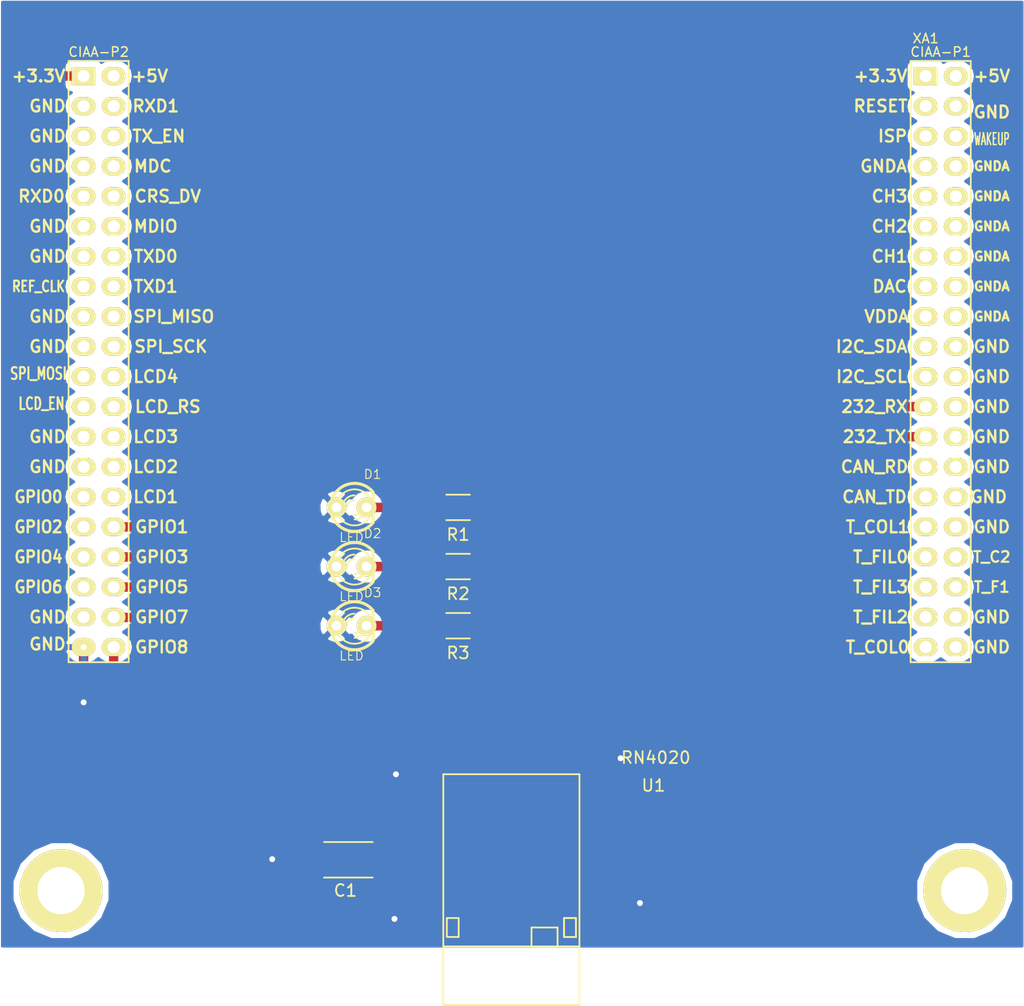
<source format=kicad_pcb>
(kicad_pcb (version 4) (host pcbnew "(2015-09-09 BZR 6176, Git 1d4a46d)-product")

  (general
    (links 23)
    (no_connects 0)
    (area 106.959999 41.964999 193.670001 143.675001)
    (thickness 1.6)
    (drawings 0)
    (tracks 108)
    (zones 0)
    (modules 9)
    (nets 40)
  )

  (page A4)
  (title_block
    (title "Poncho Mediano - Modelo - Ejemplo - Template")
    (date "lun 05 oct 2015")
    (rev 1.0)
    (company "Proyecto CIAA - COMPUTADORA INDUSTRIAL ABIERTA ARGENTINA")
    (comment 1 https://github.com/ciaa/Ponchos/tree/master/modelos/doc)
    (comment 2 "Autores y Licencia del template (Diego Brengi - UNLaM)")
    (comment 3 "Autor del poncho (COMPLETAR NOMBRE Y APELLIDO). Ver directorio \"doc\"")
    (comment 4 "CÓDIGO PONCHO:")
  )

  (layers
    (0 F.Cu signal)
    (31 B.Cu signal hide)
    (32 B.Adhes user hide)
    (33 F.Adhes user hide)
    (34 B.Paste user hide)
    (35 F.Paste user hide)
    (36 B.SilkS user hide)
    (37 F.SilkS user hide)
    (38 B.Mask user hide)
    (39 F.Mask user hide)
    (40 Dwgs.User user)
    (41 Cmts.User user hide)
    (42 Eco1.User user hide)
    (43 Eco2.User user hide)
    (44 Edge.Cuts user hide)
    (45 Margin user hide)
    (46 B.CrtYd user hide)
    (47 F.CrtYd user hide)
    (48 B.Fab user hide)
    (49 F.Fab user hide)
  )

  (setup
    (last_trace_width 0.381)
    (user_trace_width 0.508)
    (user_trace_width 0.508)
    (user_trace_width 0.6)
    (user_trace_width 0.635)
    (user_trace_width 0.762)
    (user_trace_width 0.8)
    (user_trace_width 1)
    (user_trace_width 1.016)
    (user_trace_width 1.27)
    (user_trace_width 1.27)
    (user_trace_width 1.524)
    (user_trace_width 1.524)
    (trace_clearance 0.1)
    (zone_clearance 0.508)
    (zone_45_only no)
    (trace_min 0.2)
    (segment_width 0.2)
    (edge_width 0.15)
    (via_size 0.6)
    (via_drill 0.4)
    (via_min_size 0.4)
    (via_min_drill 0.3)
    (user_via 2 0.5)
    (uvia_size 0.3)
    (uvia_drill 0.1)
    (uvias_allowed no)
    (uvia_min_size 0)
    (uvia_min_drill 0)
    (pcb_text_width 0.3)
    (pcb_text_size 1.5 1.5)
    (mod_edge_width 0.15)
    (mod_text_size 0.000001 0.000001)
    (mod_text_width 0.15)
    (pad_size 1.524 2)
    (pad_drill 0.5)
    (pad_to_mask_clearance 0.2)
    (aux_axis_origin 108.63 138.67)
    (visible_elements 7FFEFF5F)
    (pcbplotparams
      (layerselection 0x00020_80000000)
      (usegerberextensions false)
      (excludeedgelayer false)
      (linewidth 0.100000)
      (plotframeref false)
      (viasonmask false)
      (mode 1)
      (useauxorigin false)
      (hpglpennumber 1)
      (hpglpenspeed 20)
      (hpglpendiameter 15)
      (hpglpenoverlay 2)
      (psnegative false)
      (psa4output false)
      (plotreference true)
      (plotvalue false)
      (plotinvisibletext false)
      (padsonsilk false)
      (subtractmaskfromsilk false)
      (outputformat 1)
      (mirror false)
      (drillshape 0)
      (scaleselection 1)
      (outputdirectory ""))
  )

  (net 0 "")
  (net 1 GND)
  (net 2 +3V3)
  (net 3 "Net-(D1-Pad2)")
  (net 4 "Net-(D2-Pad2)")
  (net 5 "Net-(D3-Pad2)")
  (net 6 "Net-(R1-Pad1)")
  (net 7 "Net-(R2-Pad1)")
  (net 8 "Net-(R3-Pad1)")
  (net 9 "Net-(U1-Pad2)")
  (net 10 "Net-(U1-Pad3)")
  (net 11 "Net-(U1-Pad4)")
  (net 12 "Net-(U1-Pad13)")
  (net 13 "Net-(U1-Pad17)")
  (net 14 "Net-(U1-Pad19)")
  (net 15 "Net-(U1-Pad20)")
  (net 16 "Net-(U1-Pad21)")
  (net 17 "Net-(U1-Pad22)")
  (net 18 "Net-(XA1-Pad69)")
  (net 19 "Net-(XA1-Pad71)")
  (net 20 "Net-(XA1-Pad73)")
  (net 21 "Net-(XA1-Pad75)")
  (net 22 SW)
  (net 23 TX)
  (net 24 RX)
  (net 25 CMD)
  (net 26 CTS)
  (net 27 HW)
  (net 28 RTS)
  (net 29 "Net-(XA1-Pad42)")
  (net 30 "Net-(XA1-Pad43)")
  (net 31 "Net-(XA1-Pad45)")
  (net 32 "Net-(XA1-Pad47)")
  (net 33 "Net-(XA1-Pad51)")
  (net 34 "Net-(XA1-Pad53)")
  (net 35 "Net-(XA1-Pad57)")
  (net 36 "Net-(XA1-Pad59)")
  (net 37 "Net-(XA1-Pad65)")
  (net 38 "Net-(XA1-Pad67)")
  (net 39 "Net-(XA1-Pad77)")

  (net_class Default "This is the default net class."
    (clearance 0.1)
    (trace_width 0.381)
    (via_dia 0.6)
    (via_drill 0.4)
    (uvia_dia 0.3)
    (uvia_drill 0.1)
    (add_net +3V3)
    (add_net CMD)
    (add_net CTS)
    (add_net GND)
    (add_net HW)
    (add_net "Net-(D1-Pad2)")
    (add_net "Net-(D2-Pad2)")
    (add_net "Net-(D3-Pad2)")
    (add_net "Net-(R1-Pad1)")
    (add_net "Net-(R2-Pad1)")
    (add_net "Net-(R3-Pad1)")
    (add_net "Net-(U1-Pad13)")
    (add_net "Net-(U1-Pad17)")
    (add_net "Net-(U1-Pad19)")
    (add_net "Net-(U1-Pad2)")
    (add_net "Net-(U1-Pad20)")
    (add_net "Net-(U1-Pad21)")
    (add_net "Net-(U1-Pad22)")
    (add_net "Net-(U1-Pad3)")
    (add_net "Net-(U1-Pad4)")
    (add_net "Net-(XA1-Pad42)")
    (add_net "Net-(XA1-Pad43)")
    (add_net "Net-(XA1-Pad45)")
    (add_net "Net-(XA1-Pad47)")
    (add_net "Net-(XA1-Pad51)")
    (add_net "Net-(XA1-Pad53)")
    (add_net "Net-(XA1-Pad57)")
    (add_net "Net-(XA1-Pad59)")
    (add_net "Net-(XA1-Pad65)")
    (add_net "Net-(XA1-Pad67)")
    (add_net "Net-(XA1-Pad69)")
    (add_net "Net-(XA1-Pad71)")
    (add_net "Net-(XA1-Pad73)")
    (add_net "Net-(XA1-Pad75)")
    (add_net "Net-(XA1-Pad77)")
    (add_net RTS)
    (add_net RX)
    (add_net SW)
    (add_net TX)
  )

  (module Poncho_Esqueleto:Conn_Poncho_Mediano locked (layer F.Cu) (tedit 5644A12A) (tstamp 5612FA4C)
    (at 185.24 65)
    (tags "CONN Poncho")
    (path /563B682E)
    (fp_text reference XA1 (at 0 -3.175) (layer F.SilkS)
      (effects (font (size 0.8 0.8) (thickness 0.12)))
    )
    (fp_text value Conn_PonchoMP_2x_20x2 (at -1.905 51.181) (layer F.SilkS) hide
      (effects (font (size 1.016 1.016) (thickness 0.2032)))
    )
    (fp_line (start 8.255 -6.35) (end 8.255 73.66) (layer Dwgs.User) (width 0.15))
    (fp_line (start -78.105 73.66) (end -78.105 -6.35) (layer Dwgs.User) (width 0.15))
    (fp_line (start -78.105 -6.35) (end 8.255 -6.35) (layer Dwgs.User) (width 0.15))
    (fp_line (start 8.255 73.66) (end -78.105 73.66) (layer Dwgs.User) (width 0.15))
    (fp_text user GPIO8 (at -64.516 48.26) (layer F.SilkS)
      (effects (font (size 1 1) (thickness 0.2)))
    )
    (fp_text user GPIO7 (at -64.516 45.72) (layer F.SilkS)
      (effects (font (size 1 1) (thickness 0.2)))
    )
    (fp_text user GPIO5 (at -64.516 43.18) (layer F.SilkS)
      (effects (font (size 1 1) (thickness 0.2)))
    )
    (fp_text user GPIO3 (at -64.516 40.64) (layer F.SilkS)
      (effects (font (size 1 1) (thickness 0.2)))
    )
    (fp_text user GPIO1 (at -64.516 38.1) (layer F.SilkS)
      (effects (font (size 1 1) (thickness 0.2)))
    )
    (fp_text user LCD1 (at -65.024 35.56) (layer F.SilkS)
      (effects (font (size 1 1) (thickness 0.2)))
    )
    (fp_text user LCD2 (at -65.024 33.02) (layer F.SilkS)
      (effects (font (size 1 1) (thickness 0.2)))
    )
    (fp_text user LCD3 (at -65.024 30.48) (layer F.SilkS)
      (effects (font (size 1 1) (thickness 0.2)))
    )
    (fp_text user LCD_RS (at -64.008 27.94) (layer F.SilkS)
      (effects (font (size 1 1) (thickness 0.2)))
    )
    (fp_text user LCD4 (at -65.024 25.4) (layer F.SilkS)
      (effects (font (size 1 1) (thickness 0.2)))
    )
    (fp_text user SPI_SCK (at -63.754 22.86) (layer F.SilkS)
      (effects (font (size 1 1) (thickness 0.2)))
    )
    (fp_text user SPI_MISO (at -63.5 20.32) (layer F.SilkS)
      (effects (font (size 1 1) (thickness 0.2)))
    )
    (fp_text user TXD1 (at -65.024 17.78) (layer F.SilkS)
      (effects (font (size 1 1) (thickness 0.2)))
    )
    (fp_text user TXD0 (at -65.024 15.24) (layer F.SilkS)
      (effects (font (size 1 1) (thickness 0.2)))
    )
    (fp_text user MDIO (at -65.024 12.7) (layer F.SilkS)
      (effects (font (size 1 1) (thickness 0.2)))
    )
    (fp_text user CRS_DV (at -64.008 10.16) (layer F.SilkS)
      (effects (font (size 1 1) (thickness 0.2)))
    )
    (fp_text user MDC (at -65.278 7.62) (layer F.SilkS)
      (effects (font (size 1 1) (thickness 0.2)))
    )
    (fp_text user TX_EN (at -64.77 5.08) (layer F.SilkS)
      (effects (font (size 1 1) (thickness 0.2)))
    )
    (fp_text user RXD1 (at -65.024 2.54) (layer F.SilkS)
      (effects (font (size 1 1) (thickness 0.2)))
    )
    (fp_text user +5V (at -65.532 0) (layer F.SilkS)
      (effects (font (size 1 1) (thickness 0.2)))
    )
    (fp_text user GND (at -74.168 48.006) (layer F.SilkS)
      (effects (font (size 1 1) (thickness 0.2)))
    )
    (fp_text user GND (at -74.168 45.72) (layer F.SilkS)
      (effects (font (size 1 1) (thickness 0.2)))
    )
    (fp_text user GPIO6 (at -74.93 43.18) (layer F.SilkS)
      (effects (font (size 1 0.9) (thickness 0.2)))
    )
    (fp_text user GPIO4 (at -74.93 40.64) (layer F.SilkS)
      (effects (font (size 1 0.9) (thickness 0.2)))
    )
    (fp_text user GPIO2 (at -74.93 38.1) (layer F.SilkS)
      (effects (font (size 1 0.9) (thickness 0.2)))
    )
    (fp_text user GPIO0 (at -74.93 35.56) (layer F.SilkS)
      (effects (font (size 1 0.9) (thickness 0.2)))
    )
    (fp_text user GND (at -74.168 33.02) (layer F.SilkS)
      (effects (font (size 1 1) (thickness 0.2)))
    )
    (fp_text user GND (at -74.168 30.48) (layer F.SilkS)
      (effects (font (size 1 1) (thickness 0.2)))
    )
    (fp_text user LCD_EN (at -74.676 27.686) (layer F.SilkS)
      (effects (font (size 1 0.7) (thickness 0.17)))
    )
    (fp_text user SPI_MOSI (at -74.93 25.146) (layer F.SilkS)
      (effects (font (size 1 0.7) (thickness 0.17)))
    )
    (fp_text user GND (at -74.168 22.86) (layer F.SilkS)
      (effects (font (size 1 1) (thickness 0.2)))
    )
    (fp_text user GND (at -74.168 20.32) (layer F.SilkS)
      (effects (font (size 1 1) (thickness 0.2)))
    )
    (fp_text user REF_CLK (at -74.93 17.78) (layer F.SilkS)
      (effects (font (size 0.9 0.7) (thickness 0.175)))
    )
    (fp_text user GND (at -74.168 15.24) (layer F.SilkS)
      (effects (font (size 1 1) (thickness 0.2)))
    )
    (fp_text user GND (at -74.168 12.7) (layer F.SilkS)
      (effects (font (size 1 1) (thickness 0.2)))
    )
    (fp_text user GND (at -74.168 7.62) (layer F.SilkS)
      (effects (font (size 1 1) (thickness 0.2)))
    )
    (fp_text user RXD0 (at -74.676 10.16) (layer F.SilkS)
      (effects (font (size 1 1) (thickness 0.2)))
    )
    (fp_text user GND (at -74.168 5.08) (layer F.SilkS)
      (effects (font (size 1 1) (thickness 0.2)))
    )
    (fp_text user GND (at -74.168 2.54) (layer F.SilkS)
      (effects (font (size 1 1) (thickness 0.2)))
    )
    (fp_text user +3.3V (at -74.93 0) (layer F.SilkS)
      (effects (font (size 1 1) (thickness 0.2)))
    )
    (fp_text user GND (at 5.588 48.26) (layer F.SilkS)
      (effects (font (size 1 1) (thickness 0.2)))
    )
    (fp_text user GND (at 5.588 45.72) (layer F.SilkS)
      (effects (font (size 1 1) (thickness 0.2)))
    )
    (fp_text user T_F1 (at 5.588 43.18) (layer F.SilkS)
      (effects (font (size 0.9 0.9) (thickness 0.18)))
    )
    (fp_text user T_C2 (at 5.588 40.64) (layer F.SilkS)
      (effects (font (size 0.9 0.9) (thickness 0.18)))
    )
    (fp_text user GND (at 5.588 38.1) (layer F.SilkS)
      (effects (font (size 1 1) (thickness 0.2)))
    )
    (fp_text user GND (at 5.334 35.56) (layer F.SilkS)
      (effects (font (size 1 1) (thickness 0.2)))
    )
    (fp_text user GND (at 5.588 33.02) (layer F.SilkS)
      (effects (font (size 1 1) (thickness 0.2)))
    )
    (fp_text user GND (at 5.588 30.48) (layer F.SilkS)
      (effects (font (size 1 1) (thickness 0.2)))
    )
    (fp_text user GND (at 5.588 27.94) (layer F.SilkS)
      (effects (font (size 1 1) (thickness 0.2)))
    )
    (fp_text user GND (at 5.588 25.4) (layer F.SilkS)
      (effects (font (size 1 1) (thickness 0.2)))
    )
    (fp_text user GND (at 5.588 22.86) (layer F.SilkS)
      (effects (font (size 1 1) (thickness 0.2)))
    )
    (fp_text user GNDA (at 5.588 20.32) (layer F.SilkS)
      (effects (font (size 0.76 0.76) (thickness 0.19)))
    )
    (fp_text user GNDA (at 5.588 17.78) (layer F.SilkS)
      (effects (font (size 0.76 0.76) (thickness 0.19)))
    )
    (fp_text user GNDA (at 5.588 15.24) (layer F.SilkS)
      (effects (font (size 0.76 0.76) (thickness 0.19)))
    )
    (fp_text user GNDA (at 5.588 12.7) (layer F.SilkS)
      (effects (font (size 0.76 0.76) (thickness 0.19)))
    )
    (fp_text user GNDA (at 5.588 10.16) (layer F.SilkS)
      (effects (font (size 0.76 0.76) (thickness 0.19)))
    )
    (fp_text user GNDA (at 5.588 7.62) (layer F.SilkS)
      (effects (font (size 0.76 0.76) (thickness 0.19)))
    )
    (fp_text user WAKEUP (at 5.588 5.334) (layer F.SilkS)
      (effects (font (size 1 0.5) (thickness 0.125)))
    )
    (fp_text user GND (at 5.588 3.048) (layer F.SilkS)
      (effects (font (size 1 1) (thickness 0.2)))
    )
    (fp_text user +5V (at 5.588 0) (layer F.SilkS)
      (effects (font (size 1 1) (thickness 0.2)))
    )
    (fp_text user T_COL0 (at -4.064 48.26) (layer F.SilkS)
      (effects (font (size 1 1) (thickness 0.2)))
    )
    (fp_text user T_FIL2 (at -3.81 45.72) (layer F.SilkS)
      (effects (font (size 1 1) (thickness 0.2)))
    )
    (fp_text user T_FIL3 (at -3.81 43.18) (layer F.SilkS)
      (effects (font (size 1 1) (thickness 0.2)))
    )
    (fp_text user T_FIL0 (at -3.81 40.64) (layer F.SilkS)
      (effects (font (size 1 1) (thickness 0.2)))
    )
    (fp_text user T_COL1 (at -4.064 38.1) (layer F.SilkS)
      (effects (font (size 1 1) (thickness 0.2)))
    )
    (fp_text user CAN_TD (at -4.318 35.56) (layer F.SilkS)
      (effects (font (size 1 1) (thickness 0.2)))
    )
    (fp_text user CAN_RD (at -4.318 33.02) (layer F.SilkS)
      (effects (font (size 1 1) (thickness 0.2)))
    )
    (fp_text user 232_TX (at -4.318 30.48) (layer F.SilkS)
      (effects (font (size 1 1) (thickness 0.2)))
    )
    (fp_text user 232_RX (at -4.318 27.94) (layer F.SilkS)
      (effects (font (size 1 1) (thickness 0.2)))
    )
    (fp_text user I2C_SCL (at -4.572 25.4) (layer F.SilkS)
      (effects (font (size 1 1) (thickness 0.2)))
    )
    (fp_text user I2C_SDA (at -4.572 22.86) (layer F.SilkS)
      (effects (font (size 1 1) (thickness 0.2)))
    )
    (fp_text user VDDA (at -3.302 20.32) (layer F.SilkS)
      (effects (font (size 1 1) (thickness 0.2)))
    )
    (fp_text user DAC (at -3.048 17.78) (layer F.SilkS)
      (effects (font (size 1 1) (thickness 0.2)))
    )
    (fp_text user CH1 (at -3.048 15.24) (layer F.SilkS)
      (effects (font (size 1 1) (thickness 0.2)))
    )
    (fp_text user CH2 (at -3.048 12.7) (layer F.SilkS)
      (effects (font (size 1 1) (thickness 0.2)))
    )
    (fp_text user CH3 (at -3.048 10.16) (layer F.SilkS)
      (effects (font (size 1 1) (thickness 0.2)))
    )
    (fp_text user GNDA (at -3.556 7.62) (layer F.SilkS)
      (effects (font (size 1 1) (thickness 0.2)))
    )
    (fp_text user ISP (at -2.794 5.08) (layer F.SilkS)
      (effects (font (size 1 1) (thickness 0.2)))
    )
    (fp_text user RESET (at -3.81 2.54) (layer F.SilkS)
      (effects (font (size 1 1) (thickness 0.2)))
    )
    (fp_text user CIAA-P2 (at -69.85 -2.032) (layer F.SilkS)
      (effects (font (size 0.8 0.8) (thickness 0.12)))
    )
    (fp_text user CIAA-P1 (at 1.27 -2.032) (layer F.SilkS)
      (effects (font (size 0.8 0.8) (thickness 0.12)))
    )
    (fp_text user +3.3V (at -3.81 0) (layer F.SilkS)
      (effects (font (size 1 1) (thickness 0.2)))
    )
    (fp_line (start -72.39 0) (end -72.39 -1.27) (layer F.SilkS) (width 0.15))
    (fp_line (start -72.39 -1.27) (end -67.31 -1.27) (layer F.SilkS) (width 0.15))
    (fp_line (start -67.31 -1.27) (end -67.31 49.53) (layer F.SilkS) (width 0.15))
    (fp_line (start -67.31 49.53) (end -72.39 49.53) (layer F.SilkS) (width 0.15))
    (fp_line (start -72.39 49.53) (end -72.39 0) (layer F.SilkS) (width 0.15))
    (fp_line (start -1.27 49.53) (end -1.27 -1.27) (layer F.SilkS) (width 0.15))
    (fp_line (start 3.81 49.53) (end 3.81 -1.27) (layer F.SilkS) (width 0.15))
    (fp_line (start 3.81 49.53) (end -1.27 49.53) (layer F.SilkS) (width 0.15))
    (fp_line (start 3.81 -1.27) (end -1.27 -1.27) (layer F.SilkS) (width 0.15))
    (pad 1 thru_hole rect (at 0 0 270) (size 1.524 2) (drill 1.016) (layers *.Cu *.Mask F.SilkS))
    (pad 2 thru_hole oval (at 2.54 0 270) (size 1.524 2) (drill 1.016) (layers *.Cu *.Mask F.SilkS))
    (pad 11 thru_hole oval (at 0 12.7 270) (size 1.524 2) (drill 1.016) (layers *.Cu *.Mask F.SilkS))
    (pad 4 thru_hole oval (at 2.54 2.54 270) (size 1.524 2) (drill 1.016) (layers *.Cu *.Mask F.SilkS))
    (pad 13 thru_hole oval (at 0 15.24 270) (size 1.524 2) (drill 1.016) (layers *.Cu *.Mask F.SilkS))
    (pad 6 thru_hole oval (at 2.54 5.08 270) (size 1.524 2) (drill 1.016) (layers *.Cu *.Mask F.SilkS))
    (pad 15 thru_hole oval (at 0 17.78 270) (size 1.524 2) (drill 1.016) (layers *.Cu *.Mask F.SilkS))
    (pad 8 thru_hole oval (at 2.54 7.62 270) (size 1.524 2) (drill 1.016) (layers *.Cu *.Mask F.SilkS))
    (pad 17 thru_hole oval (at 0 20.32 270) (size 1.524 2) (drill 1.016) (layers *.Cu *.Mask F.SilkS))
    (pad 10 thru_hole oval (at 2.54 10.16 270) (size 1.524 2) (drill 1.016) (layers *.Cu *.Mask F.SilkS))
    (pad 19 thru_hole oval (at 0 22.86 270) (size 1.524 2) (drill 1.016) (layers *.Cu *.Mask F.SilkS))
    (pad 12 thru_hole oval (at 2.54 12.7 270) (size 1.524 2) (drill 1.016) (layers *.Cu *.Mask F.SilkS))
    (pad 21 thru_hole oval (at 0 25.4 270) (size 1.524 2) (drill 1.016) (layers *.Cu *.Mask F.SilkS))
    (pad 14 thru_hole oval (at 2.54 15.24 270) (size 1.524 2) (drill 1.016) (layers *.Cu *.Mask F.SilkS))
    (pad 23 thru_hole oval (at 0 27.94 270) (size 1.524 2) (drill 1.016) (layers *.Cu *.Mask F.SilkS)
      (net 24 RX))
    (pad 16 thru_hole oval (at 2.54 17.78 270) (size 1.524 2) (drill 1.016) (layers *.Cu *.Mask F.SilkS))
    (pad 25 thru_hole oval (at 0 30.48 270) (size 1.524 2) (drill 1.016) (layers *.Cu *.Mask F.SilkS)
      (net 23 TX))
    (pad 18 thru_hole oval (at 2.54 20.32 270) (size 1.524 2) (drill 1.016) (layers *.Cu *.Mask F.SilkS))
    (pad 27 thru_hole oval (at 0 33.02 270) (size 1.524 2) (drill 1.016) (layers *.Cu *.Mask F.SilkS))
    (pad 20 thru_hole oval (at 2.54 22.86 270) (size 1.524 2) (drill 1.016) (layers *.Cu *.Mask F.SilkS))
    (pad 29 thru_hole oval (at 0 35.56 270) (size 1.524 2) (drill 1.016) (layers *.Cu *.Mask F.SilkS))
    (pad 22 thru_hole oval (at 2.54 25.4 270) (size 1.524 2) (drill 1.016) (layers *.Cu *.Mask F.SilkS))
    (pad 31 thru_hole oval (at 0 38.1 270) (size 1.524 2) (drill 1.016) (layers *.Cu *.Mask F.SilkS))
    (pad 24 thru_hole oval (at 2.54 27.94 270) (size 1.524 2) (drill 1.016) (layers *.Cu *.Mask F.SilkS))
    (pad 26 thru_hole oval (at 2.54 30.48 270) (size 1.524 2) (drill 1.016) (layers *.Cu *.Mask F.SilkS))
    (pad 33 thru_hole oval (at 0 40.64 270) (size 1.524 2) (drill 1.016) (layers *.Cu *.Mask F.SilkS))
    (pad 28 thru_hole oval (at 2.54 33.02 270) (size 1.524 2) (drill 1.016) (layers *.Cu *.Mask F.SilkS))
    (pad 32 thru_hole oval (at 2.54 38.1 270) (size 1.524 2) (drill 1.016) (layers *.Cu *.Mask F.SilkS))
    (pad 34 thru_hole oval (at 2.54 40.64 270) (size 1.524 2) (drill 1.016) (layers *.Cu *.Mask F.SilkS))
    (pad 36 thru_hole oval (at 2.54 43.18 270) (size 1.524 2) (drill 1.016) (layers *.Cu *.Mask F.SilkS))
    (pad 38 thru_hole oval (at 2.54 45.72 270) (size 1.524 2) (drill 1.016) (layers *.Cu *.Mask F.SilkS))
    (pad 35 thru_hole oval (at 0 43.18 270) (size 1.524 2) (drill 1.016) (layers *.Cu *.Mask F.SilkS))
    (pad 37 thru_hole oval (at 0 45.72 270) (size 1.524 2) (drill 1.016) (layers *.Cu *.Mask F.SilkS))
    (pad 3 thru_hole oval (at 0 2.54 270) (size 1.524 2) (drill 1.016) (layers *.Cu *.Mask F.SilkS))
    (pad 5 thru_hole oval (at 0 5.08 270) (size 1.524 2) (drill 1.016) (layers *.Cu *.Mask F.SilkS))
    (pad 7 thru_hole oval (at 0 7.62 270) (size 1.524 2) (drill 1.016) (layers *.Cu *.Mask F.SilkS))
    (pad 9 thru_hole oval (at 0 10.16 270) (size 1.524 2) (drill 1.016) (layers *.Cu *.Mask F.SilkS))
    (pad 39 thru_hole oval (at 0 48.26 270) (size 1.524 2) (drill 1.016) (layers *.Cu *.Mask F.SilkS))
    (pad 40 thru_hole oval (at 2.54 48.26 270) (size 1.524 2) (drill 1.016) (layers *.Cu *.Mask F.SilkS))
    (pad 30 thru_hole oval (at 2.54 35.56 270) (size 1.524 2) (drill 1.016) (layers *.Cu *.Mask F.SilkS))
    (pad 41 thru_hole rect (at -71.12 0 270) (size 1.524 2) (drill 1.016) (layers *.Cu *.Mask F.SilkS)
      (net 2 +3V3))
    (pad 42 thru_hole oval (at -68.58 0 270) (size 1.524 2) (drill 1.016) (layers *.Cu *.Mask F.SilkS)
      (net 29 "Net-(XA1-Pad42)"))
    (pad 43 thru_hole oval (at -71.12 2.54 270) (size 1.524 2) (drill 1.016) (layers *.Cu *.Mask F.SilkS)
      (net 30 "Net-(XA1-Pad43)"))
    (pad 44 thru_hole oval (at -68.58 2.54 270) (size 1.524 2) (drill 1.016) (layers *.Cu *.Mask F.SilkS))
    (pad 45 thru_hole oval (at -71.12 5.08 270) (size 1.524 2) (drill 1.016) (layers *.Cu *.Mask F.SilkS)
      (net 31 "Net-(XA1-Pad45)"))
    (pad 46 thru_hole oval (at -68.58 5.08 270) (size 1.524 2) (drill 1.016) (layers *.Cu *.Mask F.SilkS))
    (pad 47 thru_hole oval (at -71.12 7.62 270) (size 1.524 2) (drill 1.016) (layers *.Cu *.Mask F.SilkS)
      (net 32 "Net-(XA1-Pad47)"))
    (pad 48 thru_hole oval (at -68.58 7.62 270) (size 1.524 2) (drill 1.016) (layers *.Cu *.Mask F.SilkS))
    (pad 49 thru_hole oval (at -71.12 10.16 270) (size 1.524 2) (drill 1.016) (layers *.Cu *.Mask F.SilkS))
    (pad 50 thru_hole oval (at -68.58 10.16 270) (size 1.524 2) (drill 1.016) (layers *.Cu *.Mask F.SilkS))
    (pad 51 thru_hole oval (at -71.12 12.7 270) (size 1.524 2) (drill 1.016) (layers *.Cu *.Mask F.SilkS)
      (net 33 "Net-(XA1-Pad51)"))
    (pad 52 thru_hole oval (at -68.58 12.7 270) (size 1.524 2) (drill 1.016) (layers *.Cu *.Mask F.SilkS))
    (pad 53 thru_hole oval (at -71.12 15.24 270) (size 1.524 2) (drill 1.016) (layers *.Cu *.Mask F.SilkS)
      (net 34 "Net-(XA1-Pad53)"))
    (pad 54 thru_hole oval (at -68.58 15.24 270) (size 1.524 2) (drill 1.016) (layers *.Cu *.Mask F.SilkS))
    (pad 55 thru_hole oval (at -71.12 17.78 270) (size 1.524 2) (drill 1.016) (layers *.Cu *.Mask F.SilkS))
    (pad 56 thru_hole oval (at -68.58 17.78 270) (size 1.524 2) (drill 1.016) (layers *.Cu *.Mask F.SilkS))
    (pad 57 thru_hole oval (at -71.12 20.32 270) (size 1.524 2) (drill 1.016) (layers *.Cu *.Mask F.SilkS)
      (net 35 "Net-(XA1-Pad57)"))
    (pad 58 thru_hole oval (at -68.58 20.32 270) (size 1.524 2) (drill 1.016) (layers *.Cu *.Mask F.SilkS))
    (pad 59 thru_hole oval (at -71.12 22.86 270) (size 1.524 2) (drill 1.016) (layers *.Cu *.Mask F.SilkS)
      (net 36 "Net-(XA1-Pad59)"))
    (pad 60 thru_hole oval (at -68.58 22.86 270) (size 1.524 2) (drill 1.016) (layers *.Cu *.Mask F.SilkS))
    (pad 61 thru_hole oval (at -71.12 25.4 270) (size 1.524 2) (drill 1.016) (layers *.Cu *.Mask F.SilkS))
    (pad 62 thru_hole oval (at -68.58 25.4 270) (size 1.524 2) (drill 1.016) (layers *.Cu *.Mask F.SilkS))
    (pad 63 thru_hole oval (at -71.12 27.94 270) (size 1.524 2) (drill 1.016) (layers *.Cu *.Mask F.SilkS))
    (pad 64 thru_hole oval (at -68.58 27.94 270) (size 1.524 2) (drill 1.016) (layers *.Cu *.Mask F.SilkS))
    (pad 65 thru_hole oval (at -71.12 30.48 270) (size 1.524 2) (drill 1.016) (layers *.Cu *.Mask F.SilkS)
      (net 37 "Net-(XA1-Pad65)"))
    (pad 66 thru_hole oval (at -68.58 30.48 270) (size 1.524 2) (drill 1.016) (layers *.Cu *.Mask F.SilkS))
    (pad 67 thru_hole oval (at -71.12 33.02 270) (size 1.524 2) (drill 1.016) (layers *.Cu *.Mask F.SilkS)
      (net 38 "Net-(XA1-Pad67)"))
    (pad 68 thru_hole oval (at -68.58 33.02 270) (size 1.524 2) (drill 1.016) (layers *.Cu *.Mask F.SilkS))
    (pad 69 thru_hole oval (at -71.12 35.56 270) (size 1.524 2) (drill 1.016) (layers *.Cu *.Mask F.SilkS)
      (net 18 "Net-(XA1-Pad69)"))
    (pad 70 thru_hole oval (at -68.58 35.56 270) (size 1.524 2) (drill 1.016) (layers *.Cu *.Mask F.SilkS))
    (pad 71 thru_hole oval (at -71.12 38.1 270) (size 1.524 2) (drill 1.016) (layers *.Cu *.Mask F.SilkS)
      (net 19 "Net-(XA1-Pad71)"))
    (pad 72 thru_hole oval (at -68.58 38.1 270) (size 1.524 2) (drill 1.016) (layers *.Cu *.Mask F.SilkS)
      (net 22 SW))
    (pad 73 thru_hole oval (at -71.12 40.64 270) (size 1.524 2) (drill 1.016) (layers *.Cu *.Mask F.SilkS)
      (net 20 "Net-(XA1-Pad73)"))
    (pad 74 thru_hole oval (at -68.58 40.64 270) (size 1.524 2) (drill 1.016) (layers *.Cu *.Mask F.SilkS)
      (net 25 CMD))
    (pad 75 thru_hole oval (at -71.12 43.18 270) (size 1.524 2) (drill 1.016) (layers *.Cu *.Mask F.SilkS)
      (net 21 "Net-(XA1-Pad75)"))
    (pad 76 thru_hole oval (at -68.58 43.18 270) (size 1.524 2) (drill 1.016) (layers *.Cu *.Mask F.SilkS)
      (net 26 CTS))
    (pad 77 thru_hole oval (at -71.12 45.72 270) (size 1.524 2) (drill 1.016) (layers *.Cu *.Mask F.SilkS)
      (net 39 "Net-(XA1-Pad77)"))
    (pad 78 thru_hole oval (at -68.58 45.72 270) (size 1.524 2) (drill 1.016) (layers *.Cu *.Mask F.SilkS)
      (net 27 HW))
    (pad 79 thru_hole oval (at -71.12 48.26 270) (size 1.524 2) (drill 0.5) (layers *.Cu *.Mask F.SilkS)
      (net 1 GND))
    (pad 80 thru_hole oval (at -68.58 48.26 270) (size 1.524 2) (drill 1.016) (layers *.Cu *.Mask F.SilkS)
      (net 28 RTS))
    (pad ~ thru_hole circle (at -73.025 68.834) (size 7 7) (drill 4) (layers *.Cu *.Mask F.SilkS))
    (pad ~ thru_hole circle (at 3.302 68.834) (size 7 7) (drill 4) (layers *.Cu *.Mask F.SilkS))
  )

  (module RN4020 (layer F.Cu) (tedit 5637DD0D) (tstamp 5632354D)
    (at 156 124 180)
    (path /561FC38B)
    (fp_text reference U1 (at -6.25 -0.95 180) (layer F.SilkS)
      (effects (font (size 1 1) (thickness 0.15)))
    )
    (fp_text value RN4020 (at -6.45 1.4 180) (layer F.SilkS)
      (effects (font (size 1 1) (thickness 0.15)))
    )
    (fp_line (start 10.2 -13.75) (end 10.2 -12.15) (layer F.SilkS) (width 0.15))
    (fp_line (start 10.2 -12.15) (end 11.2 -12.15) (layer F.SilkS) (width 0.15))
    (fp_line (start 11.2 -12.15) (end 11.2 -13.75) (layer F.SilkS) (width 0.15))
    (fp_line (start 10.2 -13.75) (end 11.2 -13.75) (layer F.SilkS) (width 0.15))
    (fp_line (start 0.3 -13.75) (end 1.3 -13.75) (layer F.SilkS) (width 0.15))
    (fp_line (start 1.3 -12.15) (end 1.3 -13.75) (layer F.SilkS) (width 0.15))
    (fp_line (start 0.3 -12.15) (end 1.3 -12.15) (layer F.SilkS) (width 0.15))
    (fp_line (start 0.3 -12.95) (end 0.3 -12.15) (layer F.SilkS) (width 0.15))
    (fp_line (start 0.3 -13.75) (end 0.3 -12.95) (layer F.SilkS) (width 0.15))
    (fp_line (start 0.3 -13.75) (end 0.3 -12.95) (layer F.SilkS) (width 0.15))
    (fp_line (start 0.3 -12.95) (end 0.3 -12.15) (layer F.SilkS) (width 0.15))
    (fp_line (start 0.3 -12.15) (end 1.3 -12.15) (layer F.SilkS) (width 0.15))
    (fp_line (start 1.3 -12.15) (end 1.3 -13.75) (layer F.SilkS) (width 0.15))
    (fp_line (start 0.3 -13.75) (end 1.3 -13.75) (layer F.SilkS) (width 0.15))
    (fp_line (start 1.85 -12.95) (end 4.05 -12.95) (layer F.SilkS) (width 0.15))
    (fp_line (start 4.05 -12.95) (end 4.05 -14.55) (layer F.SilkS) (width 0.15))
    (fp_line (start 1.85 -14.55) (end 1.85 -12.95) (layer F.SilkS) (width 0.15))
    (fp_line (start 1.85 -14.55) (end 4.05 -14.55) (layer F.SilkS) (width 0.15))
    (fp_line (start 0 -14.55) (end 11.5 -14.55) (layer F.SilkS) (width 0.15))
    (fp_line (start 0 0) (end 0 -19.5) (layer F.SilkS) (width 0.15))
    (fp_line (start 0 -19.5) (end 11.5 -19.5) (layer F.SilkS) (width 0.15))
    (fp_line (start 11.5 -19.5) (end 11.5 0) (layer F.SilkS) (width 0.15))
    (fp_line (start 11.5 0) (end 0 0) (layer F.SilkS) (width 0.15))
    (pad 2 smd rect (at -0.25 -9.7 180) (size 2.5 0.8) (layers F.Cu F.Paste F.Mask)
      (net 9 "Net-(U1-Pad2)"))
    (pad 1 smd rect (at -0.25 -10.9 180) (size 2.5 0.8) (layers F.Cu F.Paste F.Mask)
      (net 1 GND))
    (pad 3 smd rect (at -0.25 -8.5 180) (size 2.5 0.8) (layers F.Cu F.Paste F.Mask)
      (net 10 "Net-(U1-Pad3)"))
    (pad 4 smd rect (at -0.25 -7.3 180) (size 2.5 0.8) (layers F.Cu F.Paste F.Mask)
      (net 11 "Net-(U1-Pad4)"))
    (pad 5 smd rect (at -0.25 -6.1 180) (size 2.5 0.8) (layers F.Cu F.Paste F.Mask)
      (net 23 TX))
    (pad 6 smd rect (at -0.25 -4.9 180) (size 2.5 0.8) (layers F.Cu F.Paste F.Mask)
      (net 24 RX))
    (pad 7 smd rect (at -0.25 -3.7 180) (size 2.5 0.8) (layers F.Cu F.Paste F.Mask)
      (net 22 SW))
    (pad 8 smd rect (at -0.25 -2.5 180) (size 2.5 0.8) (layers F.Cu F.Paste F.Mask)
      (net 25 CMD))
    (pad 9 smd circle (at 0 0 180) (size 2 2) (layers F.Cu F.Paste F.Mask)
      (net 1 GND))
    (pad 10 smd rect (at 2.75 0.25 180) (size 0.8 2.5) (layers F.Cu F.Paste F.Mask)
      (net 6 "Net-(R1-Pad1)"))
    (pad 11 smd rect (at 3.95 0.25 180) (size 0.8 2.5) (layers F.Cu F.Paste F.Mask)
      (net 7 "Net-(R2-Pad1)"))
    (pad 12 smd rect (at 5.15 0.25 180) (size 0.8 2.5) (layers F.Cu F.Paste F.Mask)
      (net 8 "Net-(R3-Pad1)"))
    (pad 13 smd rect (at 6.35 0.25 180) (size 0.8 2.5) (layers F.Cu F.Paste F.Mask)
      (net 12 "Net-(U1-Pad13)"))
    (pad 14 smd rect (at 7.55 0.25 180) (size 0.8 2.5) (layers F.Cu F.Paste F.Mask)
      (net 26 CTS))
    (pad 15 smd rect (at 8.75 0.25 180) (size 0.8 2.5) (layers F.Cu F.Paste F.Mask)
      (net 27 HW))
    (pad 16 smd circle (at 11.5 0 180) (size 2 2) (layers F.Cu F.Paste F.Mask)
      (net 1 GND))
    (pad 17 smd rect (at 11.75 -2.5 180) (size 2.5 0.8) (layers F.Cu F.Paste F.Mask)
      (net 13 "Net-(U1-Pad17)"))
    (pad 18 smd rect (at 11.75 -3.7 180) (size 2.5 0.8) (layers F.Cu F.Paste F.Mask)
      (net 28 RTS))
    (pad 19 smd rect (at 11.75 -4.9 180) (size 2.5 0.8) (layers F.Cu F.Paste F.Mask)
      (net 14 "Net-(U1-Pad19)"))
    (pad 20 smd rect (at 11.75 -6.1 180) (size 2.5 0.8) (layers F.Cu F.Paste F.Mask)
      (net 15 "Net-(U1-Pad20)"))
    (pad 21 smd rect (at 11.75 -7.3 180) (size 2.5 0.8) (layers F.Cu F.Paste F.Mask)
      (net 16 "Net-(U1-Pad21)"))
    (pad 22 smd rect (at 11.75 -8.5 180) (size 2.5 0.8) (layers F.Cu F.Paste F.Mask)
      (net 17 "Net-(U1-Pad22)"))
    (pad 23 smd rect (at 11.75 -9.7 180) (size 2.5 0.8) (layers F.Cu F.Paste F.Mask)
      (net 2 +3V3))
    (pad 24 smd rect (at 11.75 -10.9 180) (size 2.5 0.8) (layers F.Cu F.Paste F.Mask)
      (net 1 GND))
  )

  (module LED-3MM (layer F.Cu) (tedit 50ADE848) (tstamp 56323566)
    (at 136.75006 101.45112)
    (descr "LED 3mm - Lead pitch 100mil (2,54mm)")
    (tags "LED led 3mm 3MM 100mil 2,54mm")
    (path /561FB9E9)
    (fp_text reference D1 (at 1.778 -2.794) (layer F.SilkS)
      (effects (font (size 0.762 0.762) (thickness 0.0889)))
    )
    (fp_text value LED (at 0 2.54) (layer F.SilkS)
      (effects (font (size 0.762 0.762) (thickness 0.0889)))
    )
    (fp_line (start 1.8288 1.27) (end 1.8288 -1.27) (layer F.SilkS) (width 0.254))
    (fp_arc (start 0.254 0) (end -1.27 0) (angle 39.8) (layer F.SilkS) (width 0.1524))
    (fp_arc (start 0.254 0) (end -0.88392 1.01092) (angle 41.6) (layer F.SilkS) (width 0.1524))
    (fp_arc (start 0.254 0) (end 1.4097 -0.9906) (angle 40.6) (layer F.SilkS) (width 0.1524))
    (fp_arc (start 0.254 0) (end 1.778 0) (angle 39.8) (layer F.SilkS) (width 0.1524))
    (fp_arc (start 0.254 0) (end 0.254 -1.524) (angle 54.4) (layer F.SilkS) (width 0.1524))
    (fp_arc (start 0.254 0) (end -0.9652 -0.9144) (angle 53.1) (layer F.SilkS) (width 0.1524))
    (fp_arc (start 0.254 0) (end 1.45542 0.93472) (angle 52.1) (layer F.SilkS) (width 0.1524))
    (fp_arc (start 0.254 0) (end 0.254 1.524) (angle 52.1) (layer F.SilkS) (width 0.1524))
    (fp_arc (start 0.254 0) (end -0.381 0) (angle 90) (layer F.SilkS) (width 0.1524))
    (fp_arc (start 0.254 0) (end -0.762 0) (angle 90) (layer F.SilkS) (width 0.1524))
    (fp_arc (start 0.254 0) (end 0.889 0) (angle 90) (layer F.SilkS) (width 0.1524))
    (fp_arc (start 0.254 0) (end 1.27 0) (angle 90) (layer F.SilkS) (width 0.1524))
    (fp_arc (start 0.254 0) (end 0.254 -2.032) (angle 50.1) (layer F.SilkS) (width 0.254))
    (fp_arc (start 0.254 0) (end -1.5367 -0.95504) (angle 61.9) (layer F.SilkS) (width 0.254))
    (fp_arc (start 0.254 0) (end 1.8034 1.31064) (angle 49.7) (layer F.SilkS) (width 0.254))
    (fp_arc (start 0.254 0) (end 0.254 2.032) (angle 60.2) (layer F.SilkS) (width 0.254))
    (fp_arc (start 0.254 0) (end -1.778 0) (angle 28.3) (layer F.SilkS) (width 0.254))
    (fp_arc (start 0.254 0) (end -1.47574 1.06426) (angle 31.6) (layer F.SilkS) (width 0.254))
    (pad 1 thru_hole circle (at -1.27 0) (size 1.6764 1.6764) (drill 0.8128) (layers *.Cu *.Mask F.SilkS)
      (net 1 GND))
    (pad 2 thru_hole circle (at 1.27 0) (size 1.6764 1.6764) (drill 0.8128) (layers *.Cu *.Mask F.SilkS)
      (net 3 "Net-(D1-Pad2)"))
    (model discret/leds/led3_vertical_verde.wrl
      (at (xyz 0 0 0))
      (scale (xyz 1 1 1))
      (rotate (xyz 0 0 0))
    )
  )

  (module LED-3MM (layer F.Cu) (tedit 50ADE848) (tstamp 5632357F)
    (at 136.75006 106.45112)
    (descr "LED 3mm - Lead pitch 100mil (2,54mm)")
    (tags "LED led 3mm 3MM 100mil 2,54mm")
    (path /561FB9ED)
    (fp_text reference D2 (at 1.778 -2.794) (layer F.SilkS)
      (effects (font (size 0.762 0.762) (thickness 0.0889)))
    )
    (fp_text value LED (at 0 2.54) (layer F.SilkS)
      (effects (font (size 0.762 0.762) (thickness 0.0889)))
    )
    (fp_line (start 1.8288 1.27) (end 1.8288 -1.27) (layer F.SilkS) (width 0.254))
    (fp_arc (start 0.254 0) (end -1.27 0) (angle 39.8) (layer F.SilkS) (width 0.1524))
    (fp_arc (start 0.254 0) (end -0.88392 1.01092) (angle 41.6) (layer F.SilkS) (width 0.1524))
    (fp_arc (start 0.254 0) (end 1.4097 -0.9906) (angle 40.6) (layer F.SilkS) (width 0.1524))
    (fp_arc (start 0.254 0) (end 1.778 0) (angle 39.8) (layer F.SilkS) (width 0.1524))
    (fp_arc (start 0.254 0) (end 0.254 -1.524) (angle 54.4) (layer F.SilkS) (width 0.1524))
    (fp_arc (start 0.254 0) (end -0.9652 -0.9144) (angle 53.1) (layer F.SilkS) (width 0.1524))
    (fp_arc (start 0.254 0) (end 1.45542 0.93472) (angle 52.1) (layer F.SilkS) (width 0.1524))
    (fp_arc (start 0.254 0) (end 0.254 1.524) (angle 52.1) (layer F.SilkS) (width 0.1524))
    (fp_arc (start 0.254 0) (end -0.381 0) (angle 90) (layer F.SilkS) (width 0.1524))
    (fp_arc (start 0.254 0) (end -0.762 0) (angle 90) (layer F.SilkS) (width 0.1524))
    (fp_arc (start 0.254 0) (end 0.889 0) (angle 90) (layer F.SilkS) (width 0.1524))
    (fp_arc (start 0.254 0) (end 1.27 0) (angle 90) (layer F.SilkS) (width 0.1524))
    (fp_arc (start 0.254 0) (end 0.254 -2.032) (angle 50.1) (layer F.SilkS) (width 0.254))
    (fp_arc (start 0.254 0) (end -1.5367 -0.95504) (angle 61.9) (layer F.SilkS) (width 0.254))
    (fp_arc (start 0.254 0) (end 1.8034 1.31064) (angle 49.7) (layer F.SilkS) (width 0.254))
    (fp_arc (start 0.254 0) (end 0.254 2.032) (angle 60.2) (layer F.SilkS) (width 0.254))
    (fp_arc (start 0.254 0) (end -1.778 0) (angle 28.3) (layer F.SilkS) (width 0.254))
    (fp_arc (start 0.254 0) (end -1.47574 1.06426) (angle 31.6) (layer F.SilkS) (width 0.254))
    (pad 1 thru_hole circle (at -1.27 0) (size 1.6764 1.6764) (drill 0.8128) (layers *.Cu *.Mask F.SilkS)
      (net 1 GND))
    (pad 2 thru_hole circle (at 1.27 0) (size 1.6764 1.6764) (drill 0.8128) (layers *.Cu *.Mask F.SilkS)
      (net 4 "Net-(D2-Pad2)"))
    (model discret/leds/led3_vertical_verde.wrl
      (at (xyz 0 0 0))
      (scale (xyz 1 1 1))
      (rotate (xyz 0 0 0))
    )
  )

  (module LED-3MM (layer F.Cu) (tedit 50ADE848) (tstamp 56323598)
    (at 136.75006 111.45112)
    (descr "LED 3mm - Lead pitch 100mil (2,54mm)")
    (tags "LED led 3mm 3MM 100mil 2,54mm")
    (path /561FB9EE)
    (fp_text reference D3 (at 1.778 -2.794) (layer F.SilkS)
      (effects (font (size 0.762 0.762) (thickness 0.0889)))
    )
    (fp_text value LED (at 0 2.54) (layer F.SilkS)
      (effects (font (size 0.762 0.762) (thickness 0.0889)))
    )
    (fp_line (start 1.8288 1.27) (end 1.8288 -1.27) (layer F.SilkS) (width 0.254))
    (fp_arc (start 0.254 0) (end -1.27 0) (angle 39.8) (layer F.SilkS) (width 0.1524))
    (fp_arc (start 0.254 0) (end -0.88392 1.01092) (angle 41.6) (layer F.SilkS) (width 0.1524))
    (fp_arc (start 0.254 0) (end 1.4097 -0.9906) (angle 40.6) (layer F.SilkS) (width 0.1524))
    (fp_arc (start 0.254 0) (end 1.778 0) (angle 39.8) (layer F.SilkS) (width 0.1524))
    (fp_arc (start 0.254 0) (end 0.254 -1.524) (angle 54.4) (layer F.SilkS) (width 0.1524))
    (fp_arc (start 0.254 0) (end -0.9652 -0.9144) (angle 53.1) (layer F.SilkS) (width 0.1524))
    (fp_arc (start 0.254 0) (end 1.45542 0.93472) (angle 52.1) (layer F.SilkS) (width 0.1524))
    (fp_arc (start 0.254 0) (end 0.254 1.524) (angle 52.1) (layer F.SilkS) (width 0.1524))
    (fp_arc (start 0.254 0) (end -0.381 0) (angle 90) (layer F.SilkS) (width 0.1524))
    (fp_arc (start 0.254 0) (end -0.762 0) (angle 90) (layer F.SilkS) (width 0.1524))
    (fp_arc (start 0.254 0) (end 0.889 0) (angle 90) (layer F.SilkS) (width 0.1524))
    (fp_arc (start 0.254 0) (end 1.27 0) (angle 90) (layer F.SilkS) (width 0.1524))
    (fp_arc (start 0.254 0) (end 0.254 -2.032) (angle 50.1) (layer F.SilkS) (width 0.254))
    (fp_arc (start 0.254 0) (end -1.5367 -0.95504) (angle 61.9) (layer F.SilkS) (width 0.254))
    (fp_arc (start 0.254 0) (end 1.8034 1.31064) (angle 49.7) (layer F.SilkS) (width 0.254))
    (fp_arc (start 0.254 0) (end 0.254 2.032) (angle 60.2) (layer F.SilkS) (width 0.254))
    (fp_arc (start 0.254 0) (end -1.778 0) (angle 28.3) (layer F.SilkS) (width 0.254))
    (fp_arc (start 0.254 0) (end -1.47574 1.06426) (angle 31.6) (layer F.SilkS) (width 0.254))
    (pad 1 thru_hole circle (at -1.27 0) (size 1.6764 1.6764) (drill 0.8128) (layers *.Cu *.Mask F.SilkS)
      (net 1 GND))
    (pad 2 thru_hole circle (at 1.27 0) (size 1.6764 1.6764) (drill 0.8128) (layers *.Cu *.Mask F.SilkS)
      (net 5 "Net-(D3-Pad2)"))
    (model discret/leds/led3_vertical_verde.wrl
      (at (xyz 0 0 0))
      (scale (xyz 1 1 1))
      (rotate (xyz 0 0 0))
    )
  )

  (module Resistors_SMD:R_1206 (layer F.Cu) (tedit 5415CFA7) (tstamp 5637C28D)
    (at 145.75006 111.45112 180)
    (descr "Resistor SMD 1206, reflow soldering, Vishay (see dcrcw.pdf)")
    (tags "resistor 1206")
    (path /561FB9EC)
    (attr smd)
    (fp_text reference R3 (at 0 -2.3 180) (layer F.SilkS)
      (effects (font (size 1 1) (thickness 0.15)))
    )
    (fp_text value R (at 0 2.3 180) (layer F.Fab)
      (effects (font (size 1 1) (thickness 0.15)))
    )
    (fp_line (start -2.2 -1.2) (end 2.2 -1.2) (layer F.CrtYd) (width 0.05))
    (fp_line (start -2.2 1.2) (end 2.2 1.2) (layer F.CrtYd) (width 0.05))
    (fp_line (start -2.2 -1.2) (end -2.2 1.2) (layer F.CrtYd) (width 0.05))
    (fp_line (start 2.2 -1.2) (end 2.2 1.2) (layer F.CrtYd) (width 0.05))
    (fp_line (start 1 1.075) (end -1 1.075) (layer F.SilkS) (width 0.15))
    (fp_line (start -1 -1.075) (end 1 -1.075) (layer F.SilkS) (width 0.15))
    (pad 1 smd rect (at -1.45 0 180) (size 0.9 1.7) (layers F.Cu F.Paste F.Mask)
      (net 8 "Net-(R3-Pad1)"))
    (pad 2 smd rect (at 1.45 0 180) (size 0.9 1.7) (layers F.Cu F.Paste F.Mask)
      (net 5 "Net-(D3-Pad2)"))
    (model Resistors_SMD.3dshapes/R_1206.wrl
      (at (xyz 0 0 0))
      (scale (xyz 1 1 1))
      (rotate (xyz 0 0 0))
    )
  )

  (module Resistors_SMD:R_1206 (layer F.Cu) (tedit 5415CFA7) (tstamp 5637C287)
    (at 145.75006 106.45112 180)
    (descr "Resistor SMD 1206, reflow soldering, Vishay (see dcrcw.pdf)")
    (tags "resistor 1206")
    (path /561FB9EB)
    (attr smd)
    (fp_text reference R2 (at 0 -2.3 180) (layer F.SilkS)
      (effects (font (size 1 1) (thickness 0.15)))
    )
    (fp_text value R (at 0 2.3 180) (layer F.Fab)
      (effects (font (size 1 1) (thickness 0.15)))
    )
    (fp_line (start -2.2 -1.2) (end 2.2 -1.2) (layer F.CrtYd) (width 0.05))
    (fp_line (start -2.2 1.2) (end 2.2 1.2) (layer F.CrtYd) (width 0.05))
    (fp_line (start -2.2 -1.2) (end -2.2 1.2) (layer F.CrtYd) (width 0.05))
    (fp_line (start 2.2 -1.2) (end 2.2 1.2) (layer F.CrtYd) (width 0.05))
    (fp_line (start 1 1.075) (end -1 1.075) (layer F.SilkS) (width 0.15))
    (fp_line (start -1 -1.075) (end 1 -1.075) (layer F.SilkS) (width 0.15))
    (pad 1 smd rect (at -1.45 0 180) (size 0.9 1.7) (layers F.Cu F.Paste F.Mask)
      (net 7 "Net-(R2-Pad1)"))
    (pad 2 smd rect (at 1.45 0 180) (size 0.9 1.7) (layers F.Cu F.Paste F.Mask)
      (net 4 "Net-(D2-Pad2)"))
    (model Resistors_SMD.3dshapes/R_1206.wrl
      (at (xyz 0 0 0))
      (scale (xyz 1 1 1))
      (rotate (xyz 0 0 0))
    )
  )

  (module Resistors_SMD:R_1206 (layer F.Cu) (tedit 5415CFA7) (tstamp 5637C281)
    (at 145.75006 101.45112 180)
    (descr "Resistor SMD 1206, reflow soldering, Vishay (see dcrcw.pdf)")
    (tags "resistor 1206")
    (path /561FB9E7)
    (attr smd)
    (fp_text reference R1 (at 0 -2.3 180) (layer F.SilkS)
      (effects (font (size 1 1) (thickness 0.15)))
    )
    (fp_text value R (at 0 2.3 180) (layer F.Fab)
      (effects (font (size 1 1) (thickness 0.15)))
    )
    (fp_line (start -2.2 -1.2) (end 2.2 -1.2) (layer F.CrtYd) (width 0.05))
    (fp_line (start -2.2 1.2) (end 2.2 1.2) (layer F.CrtYd) (width 0.05))
    (fp_line (start -2.2 -1.2) (end -2.2 1.2) (layer F.CrtYd) (width 0.05))
    (fp_line (start 2.2 -1.2) (end 2.2 1.2) (layer F.CrtYd) (width 0.05))
    (fp_line (start 1 1.075) (end -1 1.075) (layer F.SilkS) (width 0.15))
    (fp_line (start -1 -1.075) (end 1 -1.075) (layer F.SilkS) (width 0.15))
    (pad 1 smd rect (at -1.45 0 180) (size 0.9 1.7) (layers F.Cu F.Paste F.Mask)
      (net 6 "Net-(R1-Pad1)"))
    (pad 2 smd rect (at 1.45 0 180) (size 0.9 1.7) (layers F.Cu F.Paste F.Mask)
      (net 3 "Net-(D1-Pad2)"))
    (model Resistors_SMD.3dshapes/R_1206.wrl
      (at (xyz 0 0 0))
      (scale (xyz 1 1 1))
      (rotate (xyz 0 0 0))
    )
  )

  (module Capacitors_Tantalum_SMD:TantalC_SizeB_EIA-3528_Reflow (layer F.Cu) (tedit 555EF748) (tstamp 5637C27B)
    (at 136.23046 131.22934 180)
    (descr "Tantal Cap. , Size B, EIA-3528, Reflow")
    (tags "Tantal Capacitor Size-B EIA-3528 Reflow")
    (path /5637C0B9)
    (attr smd)
    (fp_text reference C1 (at 0 -2.6 180) (layer F.SilkS)
      (effects (font (size 1 1) (thickness 0.15)))
    )
    (fp_text value CP1 (at 0 2.7 180) (layer F.Fab)
      (effects (font (size 1 1) (thickness 0.15)))
    )
    (fp_line (start 2.7 -1.8) (end -2.7 -1.8) (layer F.CrtYd) (width 0.05))
    (fp_line (start -2.7 -1.8) (end -2.7 1.8) (layer F.CrtYd) (width 0.05))
    (fp_line (start -2.7 1.8) (end 2.7 1.8) (layer F.CrtYd) (width 0.05))
    (fp_line (start 2.7 1.8) (end 2.7 -1.8) (layer F.CrtYd) (width 0.05))
    (fp_line (start 1.8 1.5) (end -2.3 1.5) (layer F.SilkS) (width 0.15))
    (fp_line (start 1.8 -1.5) (end -2.3 -1.5) (layer F.SilkS) (width 0.15))
    (pad 2 smd rect (at 1.46 0 180) (size 1.8 2.23) (layers F.Cu F.Paste F.Mask)
      (net 1 GND))
    (pad 1 smd rect (at -1.46 0 180) (size 1.8 2.23) (layers F.Cu F.Paste F.Mask)
      (net 2 +3V3))
    (model Capacitors_Tantalum_SMD.3dshapes/TantalC_SizeB_EIA-3528_Reflow.wrl
      (at (xyz 0 0 0))
      (scale (xyz 1 1 1))
      (rotate (xyz 0 0 180))
    )
  )

  (segment (start 134.77046 131.22934) (end 130.1046 131.22934) (width 0.8) (layer F.Cu) (net 1))
  (via (at 130.05046 131.1752) (size 2) (drill 0.5) (layers F.Cu B.Cu) (net 1))
  (segment (start 130.1046 131.22934) (end 130.05046 131.1752) (width 0.6) (layer F.Cu) (net 1) (tstamp 5640D8CA))
  (segment (start 144.25 134.9) (end 141.70066 134.9) (width 0.6) (layer F.Cu) (net 1))
  (via (at 140.37546 136.2252) (size 2) (drill 0.5) (layers F.Cu B.Cu) (net 1))
  (segment (start 141.70066 134.9) (end 140.37546 136.2252) (width 0.6) (layer F.Cu) (net 1) (tstamp 5640D6F8))
  (segment (start 156 124) (end 158.12566 124) (width 0.8) (layer F.Cu) (net 1))
  (via (at 159.47546 122.6502) (size 2) (drill 0.5) (layers F.Cu B.Cu) (net 1))
  (segment (start 158.12566 124) (end 159.47546 122.6502) (width 0.8) (layer F.Cu) (net 1) (tstamp 5640D6CA))
  (segment (start 114.12 113.26) (end 114.12 117.91974) (width 0.8) (layer F.Cu) (net 1))
  (segment (start 114.10046 117.9002) (end 114.07546 117.9002) (width 0.8) (layer B.Cu) (net 1) (tstamp 5640D4C9))
  (segment (start 114.12546 117.9252) (end 114.10046 117.9002) (width 0.8) (layer B.Cu) (net 1) (tstamp 5640D4C8))
  (via (at 114.12546 117.9252) (size 2) (drill 0.5) (layers F.Cu B.Cu) (net 1))
  (segment (start 114.12 117.91974) (end 114.12546 117.9252) (width 0.8) (layer F.Cu) (net 1) (tstamp 5640D4BD))
  (via (at 161.11046 134.8852) (size 2) (drill 0.5) (layers F.Cu B.Cu) (net 1) (tstamp 563B74F9))
  (segment (start 157.11 134.885) (end 161.11026 134.885) (width 0.6) (layer F.Cu) (net 1) (tstamp 563B74F8))
  (segment (start 144.5 124) (end 140.50066 124) (width 0.8) (layer F.Cu) (net 1))
  (via (at 140.50046 124.0002) (size 2) (drill 0.5) (layers F.Cu B.Cu) (net 1))
  (segment (start 140.50066 124) (end 140.50046 124.0002) (width 0.8) (layer F.Cu) (net 1) (tstamp 563B742B))
  (segment (start 156 124) (end 156.00066 124) (width 0.8) (layer F.Cu) (net 1))
  (segment (start 156 124) (end 156.0002 124.0002) (width 0.8) (layer F.Cu) (net 1))
  (segment (start 156.22 124.03) (end 156.2 124.05) (width 0.6) (layer F.Cu) (net 1) (tstamp 5637EAD1))
  (segment (start 137.69046 131.22934) (end 140.3796 131.22934) (width 0.6) (layer F.Cu) (net 2))
  (segment (start 140.5298 131.37954) (end 141.47546 132.3252) (width 0.6) (layer F.Cu) (net 2) (tstamp 5640D83D))
  (segment (start 141.47546 132.3252) (end 141.47546 133.7) (width 0.6) (layer F.Cu) (net 2) (tstamp 5640D844))
  (segment (start 140.3796 131.22934) (end 140.5298 131.37954) (width 0.6) (layer F.Cu) (net 2) (tstamp 5640D8BE))
  (segment (start 144.25 133.7) (end 141.47546 133.7) (width 0.6) (layer F.Cu) (net 2))
  (segment (start 141.47546 133.7) (end 139.52566 133.7) (width 0.6) (layer F.Cu) (net 2) (tstamp 5640D848))
  (segment (start 112.10066 65) (end 114.12 65) (width 0.8) (layer F.Cu) (net 2) (tstamp 5640D831))
  (segment (start 110.05046 67.0502) (end 112.10066 65) (width 0.8) (layer F.Cu) (net 2) (tstamp 5640D82F))
  (segment (start 110.05046 121.8002) (end 110.05046 67.0502) (width 0.8) (layer F.Cu) (net 2) (tstamp 5640D82A))
  (segment (start 123.90046 135.6502) (end 110.05046 121.8002) (width 0.8) (layer F.Cu) (net 2) (tstamp 5640D827))
  (segment (start 137.57546 135.6502) (end 123.90046 135.6502) (width 0.8) (layer F.Cu) (net 2) (tstamp 5640D80C))
  (segment (start 139.52566 133.7) (end 137.57546 135.6502) (width 0.8) (layer F.Cu) (net 2) (tstamp 5640D7FA))
  (segment (start 138.02006 101.45112) (end 144.30006 101.45112) (width 0.8) (layer F.Cu) (net 3))
  (segment (start 138.02006 106.45112) (end 144.30006 106.45112) (width 0.8) (layer F.Cu) (net 4))
  (segment (start 138.02006 111.45112) (end 144.30006 111.45112) (width 0.8) (layer F.Cu) (net 5))
  (segment (start 157.20046 117.8002) (end 157.20046 111.45152) (width 0.8) (layer F.Cu) (net 6))
  (segment (start 147.20006 101.45112) (end 157.20046 111.45152) (width 0.8) (layer F.Cu) (net 6) (tstamp 5640BB66))
  (segment (start 153.25 121.75066) (end 153.25 123.75) (width 0.6) (layer F.Cu) (net 6))
  (segment (start 153.25 121.75066) (end 155.80046 119.2002) (width 0.6) (layer F.Cu) (net 6) (tstamp 5640BC25))
  (segment (start 157.20046 117.8002) (end 155.80046 119.2002) (width 0.6) (layer F.Cu) (net 6))
  (segment (start 152.05 123.75) (end 152.05 120.15066) (width 0.6) (layer F.Cu) (net 7))
  (segment (start 152.05 111.30106) (end 147.20006 106.45112) (width 0.8) (layer F.Cu) (net 7) (tstamp 5640BB5E))
  (segment (start 154.20046 113.45152) (end 152.05 111.30106) (width 0.8) (layer F.Cu) (net 7) (tstamp 5640BBEF))
  (segment (start 154.20046 118.0002) (end 154.20046 113.45152) (width 0.8) (layer F.Cu) (net 7) (tstamp 5640BBE4))
  (segment (start 152.05 120.15066) (end 154.20046 118.0002) (width 0.6) (layer F.Cu) (net 7) (tstamp 5640BBDD))
  (segment (start 147.20052 106.45066) (end 147.20006 106.45112) (width 0.6) (layer F.Cu) (net 7) (tstamp 5637EA73))
  (segment (start 152.05 123.75) (end 152.05046 123.74954) (width 0.6) (layer F.Cu) (net 7))
  (segment (start 150.85 117.87566) (end 150.85 115.10106) (width 0.8) (layer F.Cu) (net 8))
  (segment (start 150.85 115.10106) (end 147.20006 111.45112) (width 0.8) (layer F.Cu) (net 8) (tstamp 5640BB3D))
  (segment (start 150.85 123.75) (end 150.85 117.87566) (width 0.6) (layer F.Cu) (net 8))
  (segment (start 150.85 117.87566) (end 150.85046 117.8752) (width 0.6) (layer F.Cu) (net 8) (tstamp 5640CFB0))
  (segment (start 147.20052 111.45066) (end 147.20006 111.45112) (width 0.6) (layer F.Cu) (net 8) (tstamp 5637EA99))
  (segment (start 150.85 123.75) (end 150.85046 123.74954) (width 0.6) (layer F.Cu) (net 8))
  (segment (start 156.25 127.7) (end 164.02566 127.7) (width 0.6) (layer F.Cu) (net 22))
  (segment (start 125.52566 103.1) (end 116.66 103.1) (width 0.8) (layer F.Cu) (net 22) (tstamp 5640D152))
  (segment (start 127.40046 101.2252) (end 125.52566 103.1) (width 0.8) (layer F.Cu) (net 22) (tstamp 5640D14C))
  (segment (start 127.40046 97.7752) (end 127.40046 101.2252) (width 0.8) (layer F.Cu) (net 22) (tstamp 5640D147))
  (segment (start 131.75046 93.4252) (end 127.40046 97.7752) (width 0.8) (layer F.Cu) (net 22) (tstamp 5640D140))
  (segment (start 150.15046 93.4252) (end 131.75046 93.4252) (width 0.8) (layer F.Cu) (net 22) (tstamp 5640D137))
  (segment (start 166.62546 109.9002) (end 150.15046 93.4252) (width 0.8) (layer F.Cu) (net 22) (tstamp 5640D125))
  (segment (start 166.62546 125.1002) (end 166.62546 109.9002) (width 0.8) (layer F.Cu) (net 22) (tstamp 5640D11B))
  (segment (start 164.02566 127.7) (end 166.62546 125.1002) (width 0.8) (layer F.Cu) (net 22) (tstamp 5640D117))
  (segment (start 172.15046 117.8502) (end 172.15046 101.3502) (width 0.8) (layer F.Cu) (net 23))
  (segment (start 167.10046 131.7752) (end 172.15046 126.7252) (width 0.8) (layer F.Cu) (net 23) (tstamp 5640D2D5))
  (segment (start 172.15046 126.7252) (end 172.15046 117.8502) (width 0.8) (layer F.Cu) (net 23) (tstamp 5640D2DB))
  (segment (start 156.25 130.1) (end 159.65026 130.1) (width 0.6) (layer F.Cu) (net 23))
  (segment (start 159.65026 130.1) (end 161.32546 131.7752) (width 0.6) (layer F.Cu) (net 23) (tstamp 5640D272))
  (segment (start 161.32546 131.7752) (end 167.10046 131.7752) (width 0.8) (layer F.Cu) (net 23))
  (segment (start 178.02066 95.48) (end 185.24 95.48) (width 0.8) (layer F.Cu) (net 23) (tstamp 5640D323))
  (segment (start 172.15046 101.3502) (end 178.02066 95.48) (width 0.8) (layer F.Cu) (net 23) (tstamp 5640D31B))
  (segment (start 169.60046 109.4252) (end 169.60046 100.2002) (width 0.8) (layer F.Cu) (net 24))
  (segment (start 176.86066 92.94) (end 185.24 92.94) (width 0.8) (layer F.Cu) (net 24) (tstamp 5640D314))
  (segment (start 169.60046 100.2002) (end 176.86066 92.94) (width 0.8) (layer F.Cu) (net 24) (tstamp 5640D30F))
  (segment (start 161.95046 129.8252) (end 166.12546 129.8252) (width 0.8) (layer F.Cu) (net 24))
  (segment (start 161.02526 128.9) (end 161.95046 129.8252) (width 0.6) (layer F.Cu) (net 24) (tstamp 5640D27C))
  (segment (start 156.25 128.9) (end 161.02526 128.9) (width 0.6) (layer F.Cu) (net 24))
  (segment (start 169.60046 109.4252) (end 169.60046 109.4752) (width 0.6) (layer F.Cu) (net 24) (tstamp 5640D2A9))
  (segment (start 169.60046 126.3502) (end 169.60046 109.4252) (width 0.8) (layer F.Cu) (net 24) (tstamp 5640D296))
  (segment (start 166.12546 129.8252) (end 169.60046 126.3502) (width 0.8) (layer F.Cu) (net 24) (tstamp 5640D28B))
  (segment (start 156.25 126.5) (end 161.52566 126.5) (width 0.6) (layer F.Cu) (net 25))
  (segment (start 127.68566 105.64) (end 116.66 105.64) (width 0.8) (layer F.Cu) (net 25) (tstamp 5640D0B8))
  (segment (start 130.75046 102.5752) (end 127.68566 105.64) (width 0.8) (layer F.Cu) (net 25) (tstamp 5640D0A7))
  (segment (start 130.75046 99.1502) (end 130.75046 102.5752) (width 0.8) (layer F.Cu) (net 25) (tstamp 5640D09F))
  (segment (start 133.27546 96.6252) (end 130.75046 99.1502) (width 0.8) (layer F.Cu) (net 25) (tstamp 5640D09E))
  (segment (start 148.97546 96.6252) (end 133.27546 96.6252) (width 0.8) (layer F.Cu) (net 25) (tstamp 5640D098))
  (segment (start 163.65046 111.3002) (end 148.97546 96.6252) (width 0.8) (layer F.Cu) (net 25) (tstamp 5640D08F))
  (segment (start 163.65046 124.3752) (end 163.65046 111.3002) (width 0.8) (layer F.Cu) (net 25) (tstamp 5640D08B))
  (segment (start 161.52566 126.5) (end 163.65046 124.3752) (width 0.8) (layer F.Cu) (net 25) (tstamp 5640D085))
  (segment (start 146.40046 117.5502) (end 133.20046 117.5502) (width 0.8) (layer F.Cu) (net 26))
  (segment (start 148.45 119.59974) (end 147.12546 118.2752) (width 0.6) (layer F.Cu) (net 26) (tstamp 5640B2FC))
  (segment (start 148.45 123.75) (end 148.45 119.59974) (width 0.6) (layer F.Cu) (net 26))
  (segment (start 146.40046 117.5502) (end 147.12546 118.2752) (width 0.6) (layer F.Cu) (net 26))
  (segment (start 123.83026 108.18) (end 116.66 108.18) (width 0.8) (layer F.Cu) (net 26) (tstamp 5640B7CF))
  (segment (start 133.20046 117.5502) (end 123.83026 108.18) (width 0.8) (layer F.Cu) (net 26) (tstamp 5640B7C2))
  (segment (start 116.6902 110.7502) (end 123.00046 110.7502) (width 0.8) (layer F.Cu) (net 27))
  (segment (start 132.05046 119.8002) (end 123.00046 110.7502) (width 0.8) (layer F.Cu) (net 27) (tstamp 5640B44B))
  (segment (start 147.25 120.89974) (end 147.25 123.75) (width 0.6) (layer F.Cu) (net 27))
  (segment (start 147.25 120.89974) (end 146.15046 119.8002) (width 0.6) (layer F.Cu) (net 27) (tstamp 5640B2DD))
  (segment (start 146.15046 119.8002) (end 132.05046 119.8002) (width 0.8) (layer F.Cu) (net 27))
  (segment (start 116.6902 110.7502) (end 116.66 110.72) (width 0.8) (layer F.Cu) (net 27) (tstamp 5640B47C))
  (segment (start 132.85046 126.3502) (end 120.70046 126.3502) (width 0.8) (layer F.Cu) (net 28))
  (segment (start 139.95026 127.7) (end 138.60046 126.3502) (width 0.8) (layer F.Cu) (net 28) (tstamp 563B75CA))
  (segment (start 138.60046 126.3502) (end 132.85046 126.3502) (width 0.8) (layer F.Cu) (net 28) (tstamp 563B75D2))
  (segment (start 144.25 127.7) (end 139.95026 127.7) (width 0.6) (layer F.Cu) (net 28))
  (segment (start 116.66 122.30974) (end 116.66 113.26) (width 0.8) (layer F.Cu) (net 28) (tstamp 5640B294))
  (segment (start 120.70046 126.3502) (end 116.66 122.30974) (width 0.8) (layer F.Cu) (net 28) (tstamp 5640B27E))

  (zone (net 0) (net_name "") (layer F.Cu) (tstamp 5640B016) (hatch edge 0.508)
    (connect_pads (clearance 0.508))
    (min_thickness 0.254)
    (keepout (tracks not_allowed) (vias not_allowed) (copperpour allowed))
    (fill (arc_segments 16) (thermal_gap 0.508) (thermal_bridge_width 0.508))
    (polygon
      (pts
        (xy 154.20046 138.5002) (xy 151.90046 138.5002) (xy 151.90046 136.9002) (xy 154.20046 136.9002) (xy 154.20046 138.5002)
      )
    )
  )
  (zone (net 1) (net_name GND) (layer B.Cu) (tstamp 56449D33) (hatch edge 0.508)
    (connect_pads (clearance 0.508))
    (min_thickness 0.254)
    (fill yes (arc_segments 16) (thermal_gap 0.508) (thermal_bridge_width 0.508))
    (polygon
      (pts
        (xy 193.50366 138.6482) (xy 107.14366 138.6482) (xy 107.14366 58.6382) (xy 193.50366 58.6382) (xy 193.50366 138.6482)
      )
    )
    (filled_polygon
      (pts
        (xy 193.37666 138.5212) (xy 107.27066 138.5212) (xy 107.27066 134.652894) (xy 108.079284 134.652894) (xy 108.707474 136.173229)
        (xy 109.869653 137.337438) (xy 111.388889 137.96828) (xy 113.033894 137.969716) (xy 114.554229 137.341526) (xy 115.718438 136.179347)
        (xy 116.34928 134.660111) (xy 116.349286 134.652894) (xy 184.406284 134.652894) (xy 185.034474 136.173229) (xy 186.196653 137.337438)
        (xy 187.715889 137.96828) (xy 189.360894 137.969716) (xy 190.881229 137.341526) (xy 192.045438 136.179347) (xy 192.67628 134.660111)
        (xy 192.677716 133.015106) (xy 192.049526 131.494771) (xy 190.887347 130.330562) (xy 189.368111 129.69972) (xy 187.723106 129.698284)
        (xy 186.202771 130.326474) (xy 185.038562 131.488653) (xy 184.40772 133.007889) (xy 184.406284 134.652894) (xy 116.349286 134.652894)
        (xy 116.350716 133.015106) (xy 115.722526 131.494771) (xy 114.560347 130.330562) (xy 113.041111 129.69972) (xy 111.396106 129.698284)
        (xy 109.875771 130.326474) (xy 108.711562 131.488653) (xy 108.08072 133.007889) (xy 108.079284 134.652894) (xy 107.27066 134.652894)
        (xy 107.27066 113.60307) (xy 112.52778 113.60307) (xy 112.544623 113.69523) (xy 112.81298 114.173892) (xy 113.244086 114.513422)
        (xy 113.772308 114.66213) (xy 113.993 114.503277) (xy 113.993 113.387) (xy 112.65028 113.387) (xy 112.52778 113.60307)
        (xy 107.27066 113.60307) (xy 107.27066 67.54) (xy 112.452968 67.54) (xy 112.559308 68.074609) (xy 112.86214 68.527828)
        (xy 113.284439 68.81) (xy 112.86214 69.092172) (xy 112.559308 69.545391) (xy 112.452968 70.08) (xy 112.559308 70.614609)
        (xy 112.86214 71.067828) (xy 113.284439 71.35) (xy 112.86214 71.632172) (xy 112.559308 72.085391) (xy 112.452968 72.62)
        (xy 112.559308 73.154609) (xy 112.86214 73.607828) (xy 113.284439 73.89) (xy 112.86214 74.172172) (xy 112.559308 74.625391)
        (xy 112.452968 75.16) (xy 112.559308 75.694609) (xy 112.86214 76.147828) (xy 113.284439 76.43) (xy 112.86214 76.712172)
        (xy 112.559308 77.165391) (xy 112.452968 77.7) (xy 112.559308 78.234609) (xy 112.86214 78.687828) (xy 113.284439 78.97)
        (xy 112.86214 79.252172) (xy 112.559308 79.705391) (xy 112.452968 80.24) (xy 112.559308 80.774609) (xy 112.86214 81.227828)
        (xy 113.284439 81.51) (xy 112.86214 81.792172) (xy 112.559308 82.245391) (xy 112.452968 82.78) (xy 112.559308 83.314609)
        (xy 112.86214 83.767828) (xy 113.284439 84.05) (xy 112.86214 84.332172) (xy 112.559308 84.785391) (xy 112.452968 85.32)
        (xy 112.559308 85.854609) (xy 112.86214 86.307828) (xy 113.284439 86.59) (xy 112.86214 86.872172) (xy 112.559308 87.325391)
        (xy 112.452968 87.86) (xy 112.559308 88.394609) (xy 112.86214 88.847828) (xy 113.284439 89.13) (xy 112.86214 89.412172)
        (xy 112.559308 89.865391) (xy 112.452968 90.4) (xy 112.559308 90.934609) (xy 112.86214 91.387828) (xy 113.284439 91.67)
        (xy 112.86214 91.952172) (xy 112.559308 92.405391) (xy 112.452968 92.94) (xy 112.559308 93.474609) (xy 112.86214 93.927828)
        (xy 113.284439 94.21) (xy 112.86214 94.492172) (xy 112.559308 94.945391) (xy 112.452968 95.48) (xy 112.559308 96.014609)
        (xy 112.86214 96.467828) (xy 113.284439 96.75) (xy 112.86214 97.032172) (xy 112.559308 97.485391) (xy 112.452968 98.02)
        (xy 112.559308 98.554609) (xy 112.86214 99.007828) (xy 113.284439 99.29) (xy 112.86214 99.572172) (xy 112.559308 100.025391)
        (xy 112.452968 100.56) (xy 112.559308 101.094609) (xy 112.86214 101.547828) (xy 113.284439 101.83) (xy 112.86214 102.112172)
        (xy 112.559308 102.565391) (xy 112.452968 103.1) (xy 112.559308 103.634609) (xy 112.86214 104.087828) (xy 113.284439 104.37)
        (xy 112.86214 104.652172) (xy 112.559308 105.105391) (xy 112.452968 105.64) (xy 112.559308 106.174609) (xy 112.86214 106.627828)
        (xy 113.284439 106.91) (xy 112.86214 107.192172) (xy 112.559308 107.645391) (xy 112.452968 108.18) (xy 112.559308 108.714609)
        (xy 112.86214 109.167828) (xy 113.284439 109.45) (xy 112.86214 109.732172) (xy 112.559308 110.185391) (xy 112.452968 110.72)
        (xy 112.559308 111.254609) (xy 112.86214 111.707828) (xy 113.289933 111.993671) (xy 113.244086 112.006578) (xy 112.81298 112.346108)
        (xy 112.544623 112.82477) (xy 112.52778 112.91693) (xy 112.65028 113.133) (xy 113.993 113.133) (xy 113.993 113.113)
        (xy 114.247 113.113) (xy 114.247 113.133) (xy 114.267 113.133) (xy 114.267 113.387) (xy 114.247 113.387)
        (xy 114.247 114.503277) (xy 114.467692 114.66213) (xy 114.995914 114.513422) (xy 115.37835 114.212224) (xy 115.40214 114.247828)
        (xy 115.855359 114.55066) (xy 116.389968 114.657) (xy 116.930032 114.657) (xy 117.464641 114.55066) (xy 117.91786 114.247828)
        (xy 118.220692 113.794609) (xy 118.327032 113.26) (xy 118.220692 112.725391) (xy 118.061092 112.486533) (xy 134.624252 112.486533)
        (xy 134.703077 112.73661) (xy 135.254157 112.936097) (xy 135.839629 112.909509) (xy 136.257043 112.73661) (xy 136.335868 112.486533)
        (xy 135.48006 111.630725) (xy 134.624252 112.486533) (xy 118.061092 112.486533) (xy 117.91786 112.272172) (xy 117.495561 111.99)
        (xy 117.91786 111.707828) (xy 118.220692 111.254609) (xy 118.226538 111.225217) (xy 133.995083 111.225217) (xy 134.021671 111.810689)
        (xy 134.19457 112.228103) (xy 134.444647 112.306928) (xy 135.300455 111.45112) (xy 135.659665 111.45112) (xy 136.515473 112.306928)
        (xy 136.749224 112.233249) (xy 136.770413 112.284531) (xy 137.184469 112.69931) (xy 137.725737 112.924064) (xy 138.311812 112.924575)
        (xy 138.853471 112.700767) (xy 139.26825 112.286711) (xy 139.493004 111.745443) (xy 139.493515 111.159368) (xy 139.269707 110.617709)
        (xy 138.855651 110.20293) (xy 138.314383 109.978176) (xy 137.728308 109.977665) (xy 137.186649 110.201473) (xy 136.77187 110.615529)
        (xy 136.749619 110.669115) (xy 136.515473 110.595312) (xy 135.659665 111.45112) (xy 135.300455 111.45112) (xy 134.444647 110.595312)
        (xy 134.19457 110.674137) (xy 133.995083 111.225217) (xy 118.226538 111.225217) (xy 118.327032 110.72) (xy 118.266505 110.415707)
        (xy 134.624252 110.415707) (xy 135.48006 111.271515) (xy 136.335868 110.415707) (xy 136.257043 110.16563) (xy 135.705963 109.966143)
        (xy 135.120491 109.992731) (xy 134.703077 110.16563) (xy 134.624252 110.415707) (xy 118.266505 110.415707) (xy 118.220692 110.185391)
        (xy 117.91786 109.732172) (xy 117.495561 109.45) (xy 117.91786 109.167828) (xy 118.220692 108.714609) (xy 118.327032 108.18)
        (xy 118.220692 107.645391) (xy 118.114547 107.486533) (xy 134.624252 107.486533) (xy 134.703077 107.73661) (xy 135.254157 107.936097)
        (xy 135.839629 107.909509) (xy 136.257043 107.73661) (xy 136.335868 107.486533) (xy 135.48006 106.630725) (xy 134.624252 107.486533)
        (xy 118.114547 107.486533) (xy 117.91786 107.192172) (xy 117.495561 106.91) (xy 117.91786 106.627828) (xy 118.186876 106.225217)
        (xy 133.995083 106.225217) (xy 134.021671 106.810689) (xy 134.19457 107.228103) (xy 134.444647 107.306928) (xy 135.300455 106.45112)
        (xy 135.659665 106.45112) (xy 136.515473 107.306928) (xy 136.749224 107.233249) (xy 136.770413 107.284531) (xy 137.184469 107.69931)
        (xy 137.725737 107.924064) (xy 138.311812 107.924575) (xy 138.853471 107.700767) (xy 139.26825 107.286711) (xy 139.493004 106.745443)
        (xy 139.493515 106.159368) (xy 139.269707 105.617709) (xy 138.855651 105.20293) (xy 138.314383 104.978176) (xy 137.728308 104.977665)
        (xy 137.186649 105.201473) (xy 136.77187 105.615529) (xy 136.749619 105.669115) (xy 136.515473 105.595312) (xy 135.659665 106.45112)
        (xy 135.300455 106.45112) (xy 134.444647 105.595312) (xy 134.19457 105.674137) (xy 133.995083 106.225217) (xy 118.186876 106.225217)
        (xy 118.220692 106.174609) (xy 118.327032 105.64) (xy 118.282418 105.415707) (xy 134.624252 105.415707) (xy 135.48006 106.271515)
        (xy 136.335868 105.415707) (xy 136.257043 105.16563) (xy 135.705963 104.966143) (xy 135.120491 104.992731) (xy 134.703077 105.16563)
        (xy 134.624252 105.415707) (xy 118.282418 105.415707) (xy 118.220692 105.105391) (xy 117.91786 104.652172) (xy 117.495561 104.37)
        (xy 117.91786 104.087828) (xy 118.220692 103.634609) (xy 118.327032 103.1) (xy 118.220692 102.565391) (xy 118.168001 102.486533)
        (xy 134.624252 102.486533) (xy 134.703077 102.73661) (xy 135.254157 102.936097) (xy 135.839629 102.909509) (xy 136.257043 102.73661)
        (xy 136.335868 102.486533) (xy 135.48006 101.630725) (xy 134.624252 102.486533) (xy 118.168001 102.486533) (xy 117.91786 102.112172)
        (xy 117.495561 101.83) (xy 117.91786 101.547828) (xy 118.133422 101.225217) (xy 133.995083 101.225217) (xy 134.021671 101.810689)
        (xy 134.19457 102.228103) (xy 134.444647 102.306928) (xy 135.300455 101.45112) (xy 135.659665 101.45112) (xy 136.515473 102.306928)
        (xy 136.749224 102.233249) (xy 136.770413 102.284531) (xy 137.184469 102.69931) (xy 137.725737 102.924064) (xy 138.311812 102.924575)
        (xy 138.853471 102.700767) (xy 139.26825 102.286711) (xy 139.493004 101.745443) (xy 139.493515 101.159368) (xy 139.269707 100.617709)
        (xy 138.855651 100.20293) (xy 138.314383 99.978176) (xy 137.728308 99.977665) (xy 137.186649 100.201473) (xy 136.77187 100.615529)
        (xy 136.749619 100.669115) (xy 136.515473 100.595312) (xy 135.659665 101.45112) (xy 135.300455 101.45112) (xy 134.444647 100.595312)
        (xy 134.19457 100.674137) (xy 133.995083 101.225217) (xy 118.133422 101.225217) (xy 118.220692 101.094609) (xy 118.327032 100.56)
        (xy 118.298331 100.415707) (xy 134.624252 100.415707) (xy 135.48006 101.271515) (xy 136.335868 100.415707) (xy 136.257043 100.16563)
        (xy 135.705963 99.966143) (xy 135.120491 99.992731) (xy 134.703077 100.16563) (xy 134.624252 100.415707) (xy 118.298331 100.415707)
        (xy 118.220692 100.025391) (xy 117.91786 99.572172) (xy 117.495561 99.29) (xy 117.91786 99.007828) (xy 118.220692 98.554609)
        (xy 118.327032 98.02) (xy 118.220692 97.485391) (xy 117.91786 97.032172) (xy 117.495561 96.75) (xy 117.91786 96.467828)
        (xy 118.220692 96.014609) (xy 118.327032 95.48) (xy 118.220692 94.945391) (xy 117.91786 94.492172) (xy 117.495561 94.21)
        (xy 117.91786 93.927828) (xy 118.220692 93.474609) (xy 118.327032 92.94) (xy 118.220692 92.405391) (xy 117.91786 91.952172)
        (xy 117.495561 91.67) (xy 117.91786 91.387828) (xy 118.220692 90.934609) (xy 118.327032 90.4) (xy 118.220692 89.865391)
        (xy 117.91786 89.412172) (xy 117.495561 89.13) (xy 117.91786 88.847828) (xy 118.220692 88.394609) (xy 118.327032 87.86)
        (xy 118.220692 87.325391) (xy 117.91786 86.872172) (xy 117.495561 86.59) (xy 117.91786 86.307828) (xy 118.220692 85.854609)
        (xy 118.327032 85.32) (xy 118.220692 84.785391) (xy 117.91786 84.332172) (xy 117.495561 84.05) (xy 117.91786 83.767828)
        (xy 118.220692 83.314609) (xy 118.327032 82.78) (xy 118.220692 82.245391) (xy 117.91786 81.792172) (xy 117.495561 81.51)
        (xy 117.91786 81.227828) (xy 118.220692 80.774609) (xy 118.327032 80.24) (xy 118.220692 79.705391) (xy 117.91786 79.252172)
        (xy 117.495561 78.97) (xy 117.91786 78.687828) (xy 118.220692 78.234609) (xy 118.327032 77.7) (xy 118.220692 77.165391)
        (xy 117.91786 76.712172) (xy 117.495561 76.43) (xy 117.91786 76.147828) (xy 118.220692 75.694609) (xy 118.327032 75.16)
        (xy 118.220692 74.625391) (xy 117.91786 74.172172) (xy 117.495561 73.89) (xy 117.91786 73.607828) (xy 118.220692 73.154609)
        (xy 118.327032 72.62) (xy 118.220692 72.085391) (xy 117.91786 71.632172) (xy 117.495561 71.35) (xy 117.91786 71.067828)
        (xy 118.220692 70.614609) (xy 118.327032 70.08) (xy 118.220692 69.545391) (xy 117.91786 69.092172) (xy 117.495561 68.81)
        (xy 117.91786 68.527828) (xy 118.220692 68.074609) (xy 118.327032 67.54) (xy 183.572968 67.54) (xy 183.679308 68.074609)
        (xy 183.98214 68.527828) (xy 184.404439 68.81) (xy 183.98214 69.092172) (xy 183.679308 69.545391) (xy 183.572968 70.08)
        (xy 183.679308 70.614609) (xy 183.98214 71.067828) (xy 184.404439 71.35) (xy 183.98214 71.632172) (xy 183.679308 72.085391)
        (xy 183.572968 72.62) (xy 183.679308 73.154609) (xy 183.98214 73.607828) (xy 184.404439 73.89) (xy 183.98214 74.172172)
        (xy 183.679308 74.625391) (xy 183.572968 75.16) (xy 183.679308 75.694609) (xy 183.98214 76.147828) (xy 184.404439 76.43)
        (xy 183.98214 76.712172) (xy 183.679308 77.165391) (xy 183.572968 77.7) (xy 183.679308 78.234609) (xy 183.98214 78.687828)
        (xy 184.404439 78.97) (xy 183.98214 79.252172) (xy 183.679308 79.705391) (xy 183.572968 80.24) (xy 183.679308 80.774609)
        (xy 183.98214 81.227828) (xy 184.404439 81.51) (xy 183.98214 81.792172) (xy 183.679308 82.245391) (xy 183.572968 82.78)
        (xy 183.679308 83.314609) (xy 183.98214 83.767828) (xy 184.404439 84.05) (xy 183.98214 84.332172) (xy 183.679308 84.785391)
        (xy 183.572968 85.32) (xy 183.679308 85.854609) (xy 183.98214 86.307828) (xy 184.404439 86.59) (xy 183.98214 86.872172)
        (xy 183.679308 87.325391) (xy 183.572968 87.86) (xy 183.679308 88.394609) (xy 183.98214 88.847828) (xy 184.404439 89.13)
        (xy 183.98214 89.412172) (xy 183.679308 89.865391) (xy 183.572968 90.4) (xy 183.679308 90.934609) (xy 183.98214 91.387828)
        (xy 184.404439 91.67) (xy 183.98214 91.952172) (xy 183.679308 92.405391) (xy 183.572968 92.94) (xy 183.679308 93.474609)
        (xy 183.98214 93.927828) (xy 184.404439 94.21) (xy 183.98214 94.492172) (xy 183.679308 94.945391) (xy 183.572968 95.48)
        (xy 183.679308 96.014609) (xy 183.98214 96.467828) (xy 184.404439 96.75) (xy 183.98214 97.032172) (xy 183.679308 97.485391)
        (xy 183.572968 98.02) (xy 183.679308 98.554609) (xy 183.98214 99.007828) (xy 184.404439 99.29) (xy 183.98214 99.572172)
        (xy 183.679308 100.025391) (xy 183.572968 100.56) (xy 183.679308 101.094609) (xy 183.98214 101.547828) (xy 184.404439 101.83)
        (xy 183.98214 102.112172) (xy 183.679308 102.565391) (xy 183.572968 103.1) (xy 183.679308 103.634609) (xy 183.98214 104.087828)
        (xy 184.404439 104.37) (xy 183.98214 104.652172) (xy 183.679308 105.105391) (xy 183.572968 105.64) (xy 183.679308 106.174609)
        (xy 183.98214 106.627828) (xy 184.404439 106.91) (xy 183.98214 107.192172) (xy 183.679308 107.645391) (xy 183.572968 108.18)
        (xy 183.679308 108.714609) (xy 183.98214 109.167828) (xy 184.404439 109.45) (xy 183.98214 109.732172) (xy 183.679308 110.185391)
        (xy 183.572968 110.72) (xy 183.679308 111.254609) (xy 183.98214 111.707828) (xy 184.404439 111.99) (xy 183.98214 112.272172)
        (xy 183.679308 112.725391) (xy 183.572968 113.26) (xy 183.679308 113.794609) (xy 183.98214 114.247828) (xy 184.435359 114.55066)
        (xy 184.969968 114.657) (xy 185.510032 114.657) (xy 186.044641 114.55066) (xy 186.49786 114.247828) (xy 186.51 114.229659)
        (xy 186.52214 114.247828) (xy 186.975359 114.55066) (xy 187.509968 114.657) (xy 188.050032 114.657) (xy 188.584641 114.55066)
        (xy 189.03786 114.247828) (xy 189.340692 113.794609) (xy 189.447032 113.26) (xy 189.340692 112.725391) (xy 189.03786 112.272172)
        (xy 188.615561 111.99) (xy 189.03786 111.707828) (xy 189.340692 111.254609) (xy 189.447032 110.72) (xy 189.340692 110.185391)
        (xy 189.03786 109.732172) (xy 188.615561 109.45) (xy 189.03786 109.167828) (xy 189.340692 108.714609) (xy 189.447032 108.18)
        (xy 189.340692 107.645391) (xy 189.03786 107.192172) (xy 188.615561 106.91) (xy 189.03786 106.627828) (xy 189.340692 106.174609)
        (xy 189.447032 105.64) (xy 189.340692 105.105391) (xy 189.03786 104.652172) (xy 188.615561 104.37) (xy 189.03786 104.087828)
        (xy 189.340692 103.634609) (xy 189.447032 103.1) (xy 189.340692 102.565391) (xy 189.03786 102.112172) (xy 188.615561 101.83)
        (xy 189.03786 101.547828) (xy 189.340692 101.094609) (xy 189.447032 100.56) (xy 189.340692 100.025391) (xy 189.03786 99.572172)
        (xy 188.615561 99.29) (xy 189.03786 99.007828) (xy 189.340692 98.554609) (xy 189.447032 98.02) (xy 189.340692 97.485391)
        (xy 189.03786 97.032172) (xy 188.615561 96.75) (xy 189.03786 96.467828) (xy 189.340692 96.014609) (xy 189.447032 95.48)
        (xy 189.340692 94.945391) (xy 189.03786 94.492172) (xy 188.615561 94.21) (xy 189.03786 93.927828) (xy 189.340692 93.474609)
        (xy 189.447032 92.94) (xy 189.340692 92.405391) (xy 189.03786 91.952172) (xy 188.615561 91.67) (xy 189.03786 91.387828)
        (xy 189.340692 90.934609) (xy 189.447032 90.4) (xy 189.340692 89.865391) (xy 189.03786 89.412172) (xy 188.615561 89.13)
        (xy 189.03786 88.847828) (xy 189.340692 88.394609) (xy 189.447032 87.86) (xy 189.340692 87.325391) (xy 189.03786 86.872172)
        (xy 188.615561 86.59) (xy 189.03786 86.307828) (xy 189.340692 85.854609) (xy 189.447032 85.32) (xy 189.340692 84.785391)
        (xy 189.03786 84.332172) (xy 188.615561 84.05) (xy 189.03786 83.767828) (xy 189.340692 83.314609) (xy 189.447032 82.78)
        (xy 189.340692 82.245391) (xy 189.03786 81.792172) (xy 188.615561 81.51) (xy 189.03786 81.227828) (xy 189.340692 80.774609)
        (xy 189.447032 80.24) (xy 189.340692 79.705391) (xy 189.03786 79.252172) (xy 188.615561 78.97) (xy 189.03786 78.687828)
        (xy 189.340692 78.234609) (xy 189.447032 77.7) (xy 189.340692 77.165391) (xy 189.03786 76.712172) (xy 188.615561 76.43)
        (xy 189.03786 76.147828) (xy 189.340692 75.694609) (xy 189.447032 75.16) (xy 189.340692 74.625391) (xy 189.03786 74.172172)
        (xy 188.615561 73.89) (xy 189.03786 73.607828) (xy 189.340692 73.154609) (xy 189.447032 72.62) (xy 189.340692 72.085391)
        (xy 189.03786 71.632172) (xy 188.615561 71.35) (xy 189.03786 71.067828) (xy 189.340692 70.614609) (xy 189.447032 70.08)
        (xy 189.340692 69.545391) (xy 189.03786 69.092172) (xy 188.615561 68.81) (xy 189.03786 68.527828) (xy 189.340692 68.074609)
        (xy 189.447032 67.54) (xy 189.340692 67.005391) (xy 189.03786 66.552172) (xy 188.615561 66.27) (xy 189.03786 65.987828)
        (xy 189.340692 65.534609) (xy 189.447032 65) (xy 189.340692 64.465391) (xy 189.03786 64.012172) (xy 188.584641 63.70934)
        (xy 188.050032 63.603) (xy 187.509968 63.603) (xy 186.975359 63.70934) (xy 186.750907 63.859314) (xy 186.70409 63.786559)
        (xy 186.49189 63.641569) (xy 186.24 63.59056) (xy 184.24 63.59056) (xy 184.004683 63.634838) (xy 183.788559 63.77391)
        (xy 183.643569 63.98611) (xy 183.59256 64.238) (xy 183.59256 65.762) (xy 183.636838 65.997317) (xy 183.77591 66.213441)
        (xy 183.98811 66.358431) (xy 184.206044 66.402564) (xy 183.98214 66.552172) (xy 183.679308 67.005391) (xy 183.572968 67.54)
        (xy 118.327032 67.54) (xy 118.220692 67.005391) (xy 117.91786 66.552172) (xy 117.495561 66.27) (xy 117.91786 65.987828)
        (xy 118.220692 65.534609) (xy 118.327032 65) (xy 118.220692 64.465391) (xy 117.91786 64.012172) (xy 117.464641 63.70934)
        (xy 116.930032 63.603) (xy 116.389968 63.603) (xy 115.855359 63.70934) (xy 115.630907 63.859314) (xy 115.58409 63.786559)
        (xy 115.37189 63.641569) (xy 115.12 63.59056) (xy 113.12 63.59056) (xy 112.884683 63.634838) (xy 112.668559 63.77391)
        (xy 112.523569 63.98611) (xy 112.47256 64.238) (xy 112.47256 65.762) (xy 112.516838 65.997317) (xy 112.65591 66.213441)
        (xy 112.86811 66.358431) (xy 113.086044 66.402564) (xy 112.86214 66.552172) (xy 112.559308 67.005391) (xy 112.452968 67.54)
        (xy 107.27066 67.54) (xy 107.27066 58.7652) (xy 193.37666 58.7652)
      )
    )
  )
)

</source>
